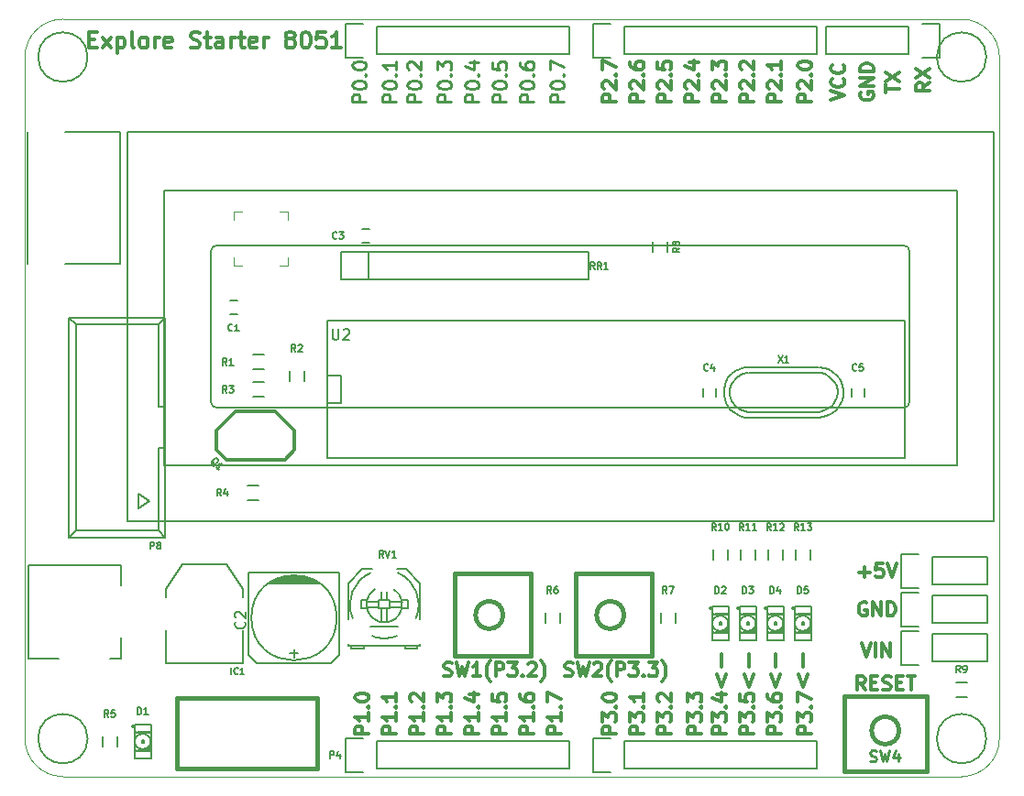
<source format=gbr>
G04 #@! TF.FileFunction,Legend,Top*
%FSLAX46Y46*%
G04 Gerber Fmt 4.6, Leading zero omitted, Abs format (unit mm)*
G04 Created by KiCad (PCBNEW (2015-01-16 BZR 5376)-product) date 20-Jun-16 7:20:01 PM*
%MOMM*%
G01*
G04 APERTURE LIST*
%ADD10C,0.100000*%
%ADD11C,0.300000*%
%ADD12C,0.254000*%
%ADD13C,0.150000*%
%ADD14C,0.304800*%
%ADD15C,0.381000*%
%ADD16C,0.050800*%
%ADD17C,0.158750*%
%ADD18C,0.127000*%
G04 APERTURE END LIST*
D10*
X34903500Y-35419000D02*
X34903500Y-98419000D01*
X39403500Y-31919000D02*
X38403500Y-31919000D01*
X121403500Y-31919000D02*
X39403500Y-31919000D01*
X124903500Y-98419000D02*
X124903500Y-35419000D01*
X38403500Y-101919000D02*
X121403500Y-101919000D01*
X34903500Y-98419000D02*
G75*
G03X38403500Y-101919000I3500000J0D01*
G01*
X121403500Y-101919000D02*
G75*
G03X124903500Y-98419000I0J3500000D01*
G01*
X124903500Y-35419000D02*
G75*
G03X121403500Y-31919000I-3500000J0D01*
G01*
X38403500Y-31919000D02*
G75*
G03X34903500Y-35419000I0J-3500000D01*
G01*
D11*
X106796357Y-90619000D02*
X106796357Y-91761857D01*
X107224929Y-92476143D02*
X106796357Y-93619000D01*
X106367786Y-92476143D01*
X104196357Y-90619000D02*
X104196357Y-91761857D01*
X104624929Y-92476143D02*
X104196357Y-93619000D01*
X103767786Y-92476143D01*
X101796357Y-90619000D02*
X101796357Y-91761857D01*
X102224929Y-92476143D02*
X101796357Y-93619000D01*
X101367786Y-92476143D01*
X99196357Y-90619000D02*
X99196357Y-91761857D01*
X99624929Y-92476143D02*
X99196357Y-93619000D01*
X98767786Y-92476143D01*
X118494024Y-37803667D02*
X117889262Y-38227000D01*
X118494024Y-38529381D02*
X117224024Y-38529381D01*
X117224024Y-38045572D01*
X117284500Y-37924619D01*
X117344976Y-37864143D01*
X117465929Y-37803667D01*
X117647357Y-37803667D01*
X117768310Y-37864143D01*
X117828786Y-37924619D01*
X117889262Y-38045572D01*
X117889262Y-38529381D01*
X117224024Y-37380333D02*
X118494024Y-36533667D01*
X117224024Y-36533667D02*
X118494024Y-37380333D01*
X112210548Y-89601524D02*
X112633882Y-90871524D01*
X113057215Y-89601524D01*
X113480548Y-90871524D02*
X113480548Y-89601524D01*
X114085310Y-90871524D02*
X114085310Y-89601524D01*
X114811024Y-90871524D01*
X114811024Y-89601524D01*
X112633881Y-85852000D02*
X112512929Y-85791524D01*
X112331500Y-85791524D01*
X112150072Y-85852000D01*
X112029119Y-85972952D01*
X111968643Y-86093905D01*
X111908167Y-86335810D01*
X111908167Y-86517238D01*
X111968643Y-86759143D01*
X112029119Y-86880095D01*
X112150072Y-87001048D01*
X112331500Y-87061524D01*
X112452452Y-87061524D01*
X112633881Y-87001048D01*
X112694357Y-86940571D01*
X112694357Y-86517238D01*
X112452452Y-86517238D01*
X113238643Y-87061524D02*
X113238643Y-85791524D01*
X113964357Y-87061524D01*
X113964357Y-85791524D01*
X114569119Y-87061524D02*
X114569119Y-85791524D01*
X114871500Y-85791524D01*
X115052928Y-85852000D01*
X115173881Y-85972952D01*
X115234357Y-86093905D01*
X115294833Y-86335810D01*
X115294833Y-86517238D01*
X115234357Y-86759143D01*
X115173881Y-86880095D01*
X115052928Y-87001048D01*
X114871500Y-87061524D01*
X114569119Y-87061524D01*
X111968643Y-83021714D02*
X112936262Y-83021714D01*
X112452452Y-83505524D02*
X112452452Y-82537905D01*
X114145786Y-82235524D02*
X113541024Y-82235524D01*
X113480548Y-82840286D01*
X113541024Y-82779810D01*
X113661976Y-82719333D01*
X113964357Y-82719333D01*
X114085310Y-82779810D01*
X114145786Y-82840286D01*
X114206262Y-82961238D01*
X114206262Y-83263619D01*
X114145786Y-83384571D01*
X114085310Y-83445048D01*
X113964357Y-83505524D01*
X113661976Y-83505524D01*
X113541024Y-83445048D01*
X113480548Y-83384571D01*
X114569119Y-82235524D02*
X114992453Y-83505524D01*
X115415786Y-82235524D01*
X84784595Y-92589048D02*
X84966023Y-92649524D01*
X85268404Y-92649524D01*
X85389357Y-92589048D01*
X85449833Y-92528571D01*
X85510309Y-92407619D01*
X85510309Y-92286667D01*
X85449833Y-92165714D01*
X85389357Y-92105238D01*
X85268404Y-92044762D01*
X85026500Y-91984286D01*
X84905547Y-91923810D01*
X84845071Y-91863333D01*
X84784595Y-91742381D01*
X84784595Y-91621429D01*
X84845071Y-91500476D01*
X84905547Y-91440000D01*
X85026500Y-91379524D01*
X85328880Y-91379524D01*
X85510309Y-91440000D01*
X85933643Y-91379524D02*
X86236024Y-92649524D01*
X86477928Y-91742381D01*
X86719833Y-92649524D01*
X87022214Y-91379524D01*
X87445548Y-91500476D02*
X87506024Y-91440000D01*
X87626976Y-91379524D01*
X87929357Y-91379524D01*
X88050310Y-91440000D01*
X88110786Y-91500476D01*
X88171262Y-91621429D01*
X88171262Y-91742381D01*
X88110786Y-91923810D01*
X87385072Y-92649524D01*
X88171262Y-92649524D01*
X89078405Y-93133333D02*
X89017929Y-93072857D01*
X88896977Y-92891429D01*
X88836500Y-92770476D01*
X88776024Y-92589048D01*
X88715548Y-92286667D01*
X88715548Y-92044762D01*
X88776024Y-91742381D01*
X88836500Y-91560952D01*
X88896977Y-91440000D01*
X89017929Y-91258571D01*
X89078405Y-91198095D01*
X89562215Y-92649524D02*
X89562215Y-91379524D01*
X90046024Y-91379524D01*
X90166977Y-91440000D01*
X90227453Y-91500476D01*
X90287929Y-91621429D01*
X90287929Y-91802857D01*
X90227453Y-91923810D01*
X90166977Y-91984286D01*
X90046024Y-92044762D01*
X89562215Y-92044762D01*
X90711263Y-91379524D02*
X91497453Y-91379524D01*
X91074120Y-91863333D01*
X91255548Y-91863333D01*
X91376501Y-91923810D01*
X91436977Y-91984286D01*
X91497453Y-92105238D01*
X91497453Y-92407619D01*
X91436977Y-92528571D01*
X91376501Y-92589048D01*
X91255548Y-92649524D01*
X90892691Y-92649524D01*
X90771739Y-92589048D01*
X90711263Y-92528571D01*
X92041739Y-92528571D02*
X92102215Y-92589048D01*
X92041739Y-92649524D01*
X91981263Y-92589048D01*
X92041739Y-92528571D01*
X92041739Y-92649524D01*
X92525549Y-91379524D02*
X93311739Y-91379524D01*
X92888406Y-91863333D01*
X93069834Y-91863333D01*
X93190787Y-91923810D01*
X93251263Y-91984286D01*
X93311739Y-92105238D01*
X93311739Y-92407619D01*
X93251263Y-92528571D01*
X93190787Y-92589048D01*
X93069834Y-92649524D01*
X92706977Y-92649524D01*
X92586025Y-92589048D01*
X92525549Y-92528571D01*
X93735073Y-93133333D02*
X93795549Y-93072857D01*
X93916501Y-92891429D01*
X93976977Y-92770476D01*
X94037454Y-92589048D01*
X94097930Y-92286667D01*
X94097930Y-92044762D01*
X94037454Y-91742381D01*
X93976977Y-91560952D01*
X93916501Y-91440000D01*
X93795549Y-91258571D01*
X93735073Y-91198095D01*
X73608595Y-92589048D02*
X73790023Y-92649524D01*
X74092404Y-92649524D01*
X74213357Y-92589048D01*
X74273833Y-92528571D01*
X74334309Y-92407619D01*
X74334309Y-92286667D01*
X74273833Y-92165714D01*
X74213357Y-92105238D01*
X74092404Y-92044762D01*
X73850500Y-91984286D01*
X73729547Y-91923810D01*
X73669071Y-91863333D01*
X73608595Y-91742381D01*
X73608595Y-91621429D01*
X73669071Y-91500476D01*
X73729547Y-91440000D01*
X73850500Y-91379524D01*
X74152880Y-91379524D01*
X74334309Y-91440000D01*
X74757643Y-91379524D02*
X75060024Y-92649524D01*
X75301928Y-91742381D01*
X75543833Y-92649524D01*
X75846214Y-91379524D01*
X76995262Y-92649524D02*
X76269548Y-92649524D01*
X76632405Y-92649524D02*
X76632405Y-91379524D01*
X76511453Y-91560952D01*
X76390500Y-91681905D01*
X76269548Y-91742381D01*
X77902405Y-93133333D02*
X77841929Y-93072857D01*
X77720977Y-92891429D01*
X77660500Y-92770476D01*
X77600024Y-92589048D01*
X77539548Y-92286667D01*
X77539548Y-92044762D01*
X77600024Y-91742381D01*
X77660500Y-91560952D01*
X77720977Y-91440000D01*
X77841929Y-91258571D01*
X77902405Y-91198095D01*
X78386215Y-92649524D02*
X78386215Y-91379524D01*
X78870024Y-91379524D01*
X78990977Y-91440000D01*
X79051453Y-91500476D01*
X79111929Y-91621429D01*
X79111929Y-91802857D01*
X79051453Y-91923810D01*
X78990977Y-91984286D01*
X78870024Y-92044762D01*
X78386215Y-92044762D01*
X79535263Y-91379524D02*
X80321453Y-91379524D01*
X79898120Y-91863333D01*
X80079548Y-91863333D01*
X80200501Y-91923810D01*
X80260977Y-91984286D01*
X80321453Y-92105238D01*
X80321453Y-92407619D01*
X80260977Y-92528571D01*
X80200501Y-92589048D01*
X80079548Y-92649524D01*
X79716691Y-92649524D01*
X79595739Y-92589048D01*
X79535263Y-92528571D01*
X80865739Y-92528571D02*
X80926215Y-92589048D01*
X80865739Y-92649524D01*
X80805263Y-92589048D01*
X80865739Y-92528571D01*
X80865739Y-92649524D01*
X81410025Y-91500476D02*
X81470501Y-91440000D01*
X81591453Y-91379524D01*
X81893834Y-91379524D01*
X82014787Y-91440000D01*
X82075263Y-91500476D01*
X82135739Y-91621429D01*
X82135739Y-91742381D01*
X82075263Y-91923810D01*
X81349549Y-92649524D01*
X82135739Y-92649524D01*
X82559073Y-93133333D02*
X82619549Y-93072857D01*
X82740501Y-92891429D01*
X82800977Y-92770476D01*
X82861454Y-92589048D01*
X82921930Y-92286667D01*
X82921930Y-92044762D01*
X82861454Y-91742381D01*
X82800977Y-91560952D01*
X82740501Y-91440000D01*
X82619549Y-91258571D01*
X82559073Y-91198095D01*
X112518976Y-93919524D02*
X112095643Y-93314762D01*
X111793262Y-93919524D02*
X111793262Y-92649524D01*
X112277071Y-92649524D01*
X112398024Y-92710000D01*
X112458500Y-92770476D01*
X112518976Y-92891429D01*
X112518976Y-93072857D01*
X112458500Y-93193810D01*
X112398024Y-93254286D01*
X112277071Y-93314762D01*
X111793262Y-93314762D01*
X113063262Y-93254286D02*
X113486595Y-93254286D01*
X113668024Y-93919524D02*
X113063262Y-93919524D01*
X113063262Y-92649524D01*
X113668024Y-92649524D01*
X114151834Y-93859048D02*
X114333262Y-93919524D01*
X114635643Y-93919524D01*
X114756596Y-93859048D01*
X114817072Y-93798571D01*
X114877548Y-93677619D01*
X114877548Y-93556667D01*
X114817072Y-93435714D01*
X114756596Y-93375238D01*
X114635643Y-93314762D01*
X114393739Y-93254286D01*
X114272786Y-93193810D01*
X114212310Y-93133333D01*
X114151834Y-93012381D01*
X114151834Y-92891429D01*
X114212310Y-92770476D01*
X114272786Y-92710000D01*
X114393739Y-92649524D01*
X114696119Y-92649524D01*
X114877548Y-92710000D01*
X115421834Y-93254286D02*
X115845167Y-93254286D01*
X116026596Y-93919524D02*
X115421834Y-93919524D01*
X115421834Y-92649524D01*
X116026596Y-92649524D01*
X116389453Y-92649524D02*
X117115168Y-92649524D01*
X116752311Y-93919524D02*
X116752311Y-92649524D01*
X114430024Y-38686619D02*
X114430024Y-37960904D01*
X115700024Y-38323761D02*
X114430024Y-38323761D01*
X114430024Y-37658523D02*
X115700024Y-36811857D01*
X114430024Y-36811857D02*
X115700024Y-37658523D01*
X112077500Y-38686619D02*
X112017024Y-38807571D01*
X112017024Y-38989000D01*
X112077500Y-39170428D01*
X112198452Y-39291381D01*
X112319405Y-39351857D01*
X112561310Y-39412333D01*
X112742738Y-39412333D01*
X112984643Y-39351857D01*
X113105595Y-39291381D01*
X113226548Y-39170428D01*
X113287024Y-38989000D01*
X113287024Y-38868048D01*
X113226548Y-38686619D01*
X113166071Y-38626143D01*
X112742738Y-38626143D01*
X112742738Y-38868048D01*
X113287024Y-38081857D02*
X112017024Y-38081857D01*
X113287024Y-37356143D01*
X112017024Y-37356143D01*
X113287024Y-36751381D02*
X112017024Y-36751381D01*
X112017024Y-36449000D01*
X112077500Y-36267572D01*
X112198452Y-36146619D01*
X112319405Y-36086143D01*
X112561310Y-36025667D01*
X112742738Y-36025667D01*
X112984643Y-36086143D01*
X113105595Y-36146619D01*
X113226548Y-36267572D01*
X113287024Y-36449000D01*
X113287024Y-36751381D01*
X109350024Y-39412333D02*
X110620024Y-38988999D01*
X109350024Y-38565666D01*
X110499071Y-37416619D02*
X110559548Y-37477095D01*
X110620024Y-37658524D01*
X110620024Y-37779476D01*
X110559548Y-37960904D01*
X110438595Y-38081857D01*
X110317643Y-38142333D01*
X110075738Y-38202809D01*
X109894310Y-38202809D01*
X109652405Y-38142333D01*
X109531452Y-38081857D01*
X109410500Y-37960904D01*
X109350024Y-37779476D01*
X109350024Y-37658524D01*
X109410500Y-37477095D01*
X109470976Y-37416619D01*
X110499071Y-36146619D02*
X110559548Y-36207095D01*
X110620024Y-36388524D01*
X110620024Y-36509476D01*
X110559548Y-36690904D01*
X110438595Y-36811857D01*
X110317643Y-36872333D01*
X110075738Y-36932809D01*
X109894310Y-36932809D01*
X109652405Y-36872333D01*
X109531452Y-36811857D01*
X109410500Y-36690904D01*
X109350024Y-36509476D01*
X109350024Y-36388524D01*
X109410500Y-36207095D01*
X109470976Y-36146619D01*
X102238024Y-97983524D02*
X100968024Y-97983524D01*
X100968024Y-97499715D01*
X101028500Y-97378762D01*
X101088976Y-97318286D01*
X101209929Y-97257810D01*
X101391357Y-97257810D01*
X101512310Y-97318286D01*
X101572786Y-97378762D01*
X101633262Y-97499715D01*
X101633262Y-97983524D01*
X100968024Y-96834476D02*
X100968024Y-96048286D01*
X101451833Y-96471619D01*
X101451833Y-96290191D01*
X101512310Y-96169238D01*
X101572786Y-96108762D01*
X101693738Y-96048286D01*
X101996119Y-96048286D01*
X102117071Y-96108762D01*
X102177548Y-96169238D01*
X102238024Y-96290191D01*
X102238024Y-96653048D01*
X102177548Y-96774000D01*
X102117071Y-96834476D01*
X102117071Y-95504000D02*
X102177548Y-95443524D01*
X102238024Y-95504000D01*
X102177548Y-95564476D01*
X102117071Y-95504000D01*
X102238024Y-95504000D01*
X100968024Y-94294476D02*
X100968024Y-94899238D01*
X101572786Y-94959714D01*
X101512310Y-94899238D01*
X101451833Y-94778286D01*
X101451833Y-94475905D01*
X101512310Y-94354952D01*
X101572786Y-94294476D01*
X101693738Y-94234000D01*
X101996119Y-94234000D01*
X102117071Y-94294476D01*
X102177548Y-94354952D01*
X102238024Y-94475905D01*
X102238024Y-94778286D01*
X102177548Y-94899238D01*
X102117071Y-94959714D01*
X107572024Y-97983524D02*
X106302024Y-97983524D01*
X106302024Y-97499715D01*
X106362500Y-97378762D01*
X106422976Y-97318286D01*
X106543929Y-97257810D01*
X106725357Y-97257810D01*
X106846310Y-97318286D01*
X106906786Y-97378762D01*
X106967262Y-97499715D01*
X106967262Y-97983524D01*
X106302024Y-96834476D02*
X106302024Y-96048286D01*
X106785833Y-96471619D01*
X106785833Y-96290191D01*
X106846310Y-96169238D01*
X106906786Y-96108762D01*
X107027738Y-96048286D01*
X107330119Y-96048286D01*
X107451071Y-96108762D01*
X107511548Y-96169238D01*
X107572024Y-96290191D01*
X107572024Y-96653048D01*
X107511548Y-96774000D01*
X107451071Y-96834476D01*
X107451071Y-95504000D02*
X107511548Y-95443524D01*
X107572024Y-95504000D01*
X107511548Y-95564476D01*
X107451071Y-95504000D01*
X107572024Y-95504000D01*
X106302024Y-95020190D02*
X106302024Y-94173524D01*
X107572024Y-94717809D01*
X104778024Y-97983524D02*
X103508024Y-97983524D01*
X103508024Y-97499715D01*
X103568500Y-97378762D01*
X103628976Y-97318286D01*
X103749929Y-97257810D01*
X103931357Y-97257810D01*
X104052310Y-97318286D01*
X104112786Y-97378762D01*
X104173262Y-97499715D01*
X104173262Y-97983524D01*
X103508024Y-96834476D02*
X103508024Y-96048286D01*
X103991833Y-96471619D01*
X103991833Y-96290191D01*
X104052310Y-96169238D01*
X104112786Y-96108762D01*
X104233738Y-96048286D01*
X104536119Y-96048286D01*
X104657071Y-96108762D01*
X104717548Y-96169238D01*
X104778024Y-96290191D01*
X104778024Y-96653048D01*
X104717548Y-96774000D01*
X104657071Y-96834476D01*
X104657071Y-95504000D02*
X104717548Y-95443524D01*
X104778024Y-95504000D01*
X104717548Y-95564476D01*
X104657071Y-95504000D01*
X104778024Y-95504000D01*
X103508024Y-94354952D02*
X103508024Y-94596857D01*
X103568500Y-94717809D01*
X103628976Y-94778286D01*
X103810405Y-94899238D01*
X104052310Y-94959714D01*
X104536119Y-94959714D01*
X104657071Y-94899238D01*
X104717548Y-94838762D01*
X104778024Y-94717809D01*
X104778024Y-94475905D01*
X104717548Y-94354952D01*
X104657071Y-94294476D01*
X104536119Y-94234000D01*
X104233738Y-94234000D01*
X104112786Y-94294476D01*
X104052310Y-94354952D01*
X103991833Y-94475905D01*
X103991833Y-94717809D01*
X104052310Y-94838762D01*
X104112786Y-94899238D01*
X104233738Y-94959714D01*
X99698024Y-97983524D02*
X98428024Y-97983524D01*
X98428024Y-97499715D01*
X98488500Y-97378762D01*
X98548976Y-97318286D01*
X98669929Y-97257810D01*
X98851357Y-97257810D01*
X98972310Y-97318286D01*
X99032786Y-97378762D01*
X99093262Y-97499715D01*
X99093262Y-97983524D01*
X98428024Y-96834476D02*
X98428024Y-96048286D01*
X98911833Y-96471619D01*
X98911833Y-96290191D01*
X98972310Y-96169238D01*
X99032786Y-96108762D01*
X99153738Y-96048286D01*
X99456119Y-96048286D01*
X99577071Y-96108762D01*
X99637548Y-96169238D01*
X99698024Y-96290191D01*
X99698024Y-96653048D01*
X99637548Y-96774000D01*
X99577071Y-96834476D01*
X99577071Y-95504000D02*
X99637548Y-95443524D01*
X99698024Y-95504000D01*
X99637548Y-95564476D01*
X99577071Y-95504000D01*
X99698024Y-95504000D01*
X98851357Y-94354952D02*
X99698024Y-94354952D01*
X98367548Y-94657333D02*
X99274690Y-94959714D01*
X99274690Y-94173524D01*
X97412024Y-97983524D02*
X96142024Y-97983524D01*
X96142024Y-97499715D01*
X96202500Y-97378762D01*
X96262976Y-97318286D01*
X96383929Y-97257810D01*
X96565357Y-97257810D01*
X96686310Y-97318286D01*
X96746786Y-97378762D01*
X96807262Y-97499715D01*
X96807262Y-97983524D01*
X96142024Y-96834476D02*
X96142024Y-96048286D01*
X96625833Y-96471619D01*
X96625833Y-96290191D01*
X96686310Y-96169238D01*
X96746786Y-96108762D01*
X96867738Y-96048286D01*
X97170119Y-96048286D01*
X97291071Y-96108762D01*
X97351548Y-96169238D01*
X97412024Y-96290191D01*
X97412024Y-96653048D01*
X97351548Y-96774000D01*
X97291071Y-96834476D01*
X97291071Y-95504000D02*
X97351548Y-95443524D01*
X97412024Y-95504000D01*
X97351548Y-95564476D01*
X97291071Y-95504000D01*
X97412024Y-95504000D01*
X96142024Y-95020190D02*
X96142024Y-94234000D01*
X96625833Y-94657333D01*
X96625833Y-94475905D01*
X96686310Y-94354952D01*
X96746786Y-94294476D01*
X96867738Y-94234000D01*
X97170119Y-94234000D01*
X97291071Y-94294476D01*
X97351548Y-94354952D01*
X97412024Y-94475905D01*
X97412024Y-94838762D01*
X97351548Y-94959714D01*
X97291071Y-95020190D01*
X94618024Y-97983524D02*
X93348024Y-97983524D01*
X93348024Y-97499715D01*
X93408500Y-97378762D01*
X93468976Y-97318286D01*
X93589929Y-97257810D01*
X93771357Y-97257810D01*
X93892310Y-97318286D01*
X93952786Y-97378762D01*
X94013262Y-97499715D01*
X94013262Y-97983524D01*
X93348024Y-96834476D02*
X93348024Y-96048286D01*
X93831833Y-96471619D01*
X93831833Y-96290191D01*
X93892310Y-96169238D01*
X93952786Y-96108762D01*
X94073738Y-96048286D01*
X94376119Y-96048286D01*
X94497071Y-96108762D01*
X94557548Y-96169238D01*
X94618024Y-96290191D01*
X94618024Y-96653048D01*
X94557548Y-96774000D01*
X94497071Y-96834476D01*
X94497071Y-95504000D02*
X94557548Y-95443524D01*
X94618024Y-95504000D01*
X94557548Y-95564476D01*
X94497071Y-95504000D01*
X94618024Y-95504000D01*
X93468976Y-94959714D02*
X93408500Y-94899238D01*
X93348024Y-94778286D01*
X93348024Y-94475905D01*
X93408500Y-94354952D01*
X93468976Y-94294476D01*
X93589929Y-94234000D01*
X93710881Y-94234000D01*
X93892310Y-94294476D01*
X94618024Y-95020190D01*
X94618024Y-94234000D01*
X92078024Y-97983524D02*
X90808024Y-97983524D01*
X90808024Y-97499715D01*
X90868500Y-97378762D01*
X90928976Y-97318286D01*
X91049929Y-97257810D01*
X91231357Y-97257810D01*
X91352310Y-97318286D01*
X91412786Y-97378762D01*
X91473262Y-97499715D01*
X91473262Y-97983524D01*
X90808024Y-96834476D02*
X90808024Y-96048286D01*
X91291833Y-96471619D01*
X91291833Y-96290191D01*
X91352310Y-96169238D01*
X91412786Y-96108762D01*
X91533738Y-96048286D01*
X91836119Y-96048286D01*
X91957071Y-96108762D01*
X92017548Y-96169238D01*
X92078024Y-96290191D01*
X92078024Y-96653048D01*
X92017548Y-96774000D01*
X91957071Y-96834476D01*
X91957071Y-95504000D02*
X92017548Y-95443524D01*
X92078024Y-95504000D01*
X92017548Y-95564476D01*
X91957071Y-95504000D01*
X92078024Y-95504000D01*
X92078024Y-94234000D02*
X92078024Y-94959714D01*
X92078024Y-94596857D02*
X90808024Y-94596857D01*
X90989452Y-94717809D01*
X91110405Y-94838762D01*
X91170881Y-94959714D01*
X89538024Y-97983524D02*
X88268024Y-97983524D01*
X88268024Y-97499715D01*
X88328500Y-97378762D01*
X88388976Y-97318286D01*
X88509929Y-97257810D01*
X88691357Y-97257810D01*
X88812310Y-97318286D01*
X88872786Y-97378762D01*
X88933262Y-97499715D01*
X88933262Y-97983524D01*
X88268024Y-96834476D02*
X88268024Y-96048286D01*
X88751833Y-96471619D01*
X88751833Y-96290191D01*
X88812310Y-96169238D01*
X88872786Y-96108762D01*
X88993738Y-96048286D01*
X89296119Y-96048286D01*
X89417071Y-96108762D01*
X89477548Y-96169238D01*
X89538024Y-96290191D01*
X89538024Y-96653048D01*
X89477548Y-96774000D01*
X89417071Y-96834476D01*
X89417071Y-95504000D02*
X89477548Y-95443524D01*
X89538024Y-95504000D01*
X89477548Y-95564476D01*
X89417071Y-95504000D01*
X89538024Y-95504000D01*
X88268024Y-94657333D02*
X88268024Y-94536381D01*
X88328500Y-94415429D01*
X88388976Y-94354952D01*
X88509929Y-94294476D01*
X88751833Y-94234000D01*
X89054214Y-94234000D01*
X89296119Y-94294476D01*
X89417071Y-94354952D01*
X89477548Y-94415429D01*
X89538024Y-94536381D01*
X89538024Y-94657333D01*
X89477548Y-94778286D01*
X89417071Y-94838762D01*
X89296119Y-94899238D01*
X89054214Y-94959714D01*
X88751833Y-94959714D01*
X88509929Y-94899238D01*
X88388976Y-94838762D01*
X88328500Y-94778286D01*
X88268024Y-94657333D01*
X84458024Y-97983524D02*
X83188024Y-97983524D01*
X83188024Y-97499715D01*
X83248500Y-97378762D01*
X83308976Y-97318286D01*
X83429929Y-97257810D01*
X83611357Y-97257810D01*
X83732310Y-97318286D01*
X83792786Y-97378762D01*
X83853262Y-97499715D01*
X83853262Y-97983524D01*
X84458024Y-96048286D02*
X84458024Y-96774000D01*
X84458024Y-96411143D02*
X83188024Y-96411143D01*
X83369452Y-96532095D01*
X83490405Y-96653048D01*
X83550881Y-96774000D01*
X84337071Y-95504000D02*
X84397548Y-95443524D01*
X84458024Y-95504000D01*
X84397548Y-95564476D01*
X84337071Y-95504000D01*
X84458024Y-95504000D01*
X83188024Y-95020190D02*
X83188024Y-94173524D01*
X84458024Y-94717809D01*
X81918024Y-97983524D02*
X80648024Y-97983524D01*
X80648024Y-97499715D01*
X80708500Y-97378762D01*
X80768976Y-97318286D01*
X80889929Y-97257810D01*
X81071357Y-97257810D01*
X81192310Y-97318286D01*
X81252786Y-97378762D01*
X81313262Y-97499715D01*
X81313262Y-97983524D01*
X81918024Y-96048286D02*
X81918024Y-96774000D01*
X81918024Y-96411143D02*
X80648024Y-96411143D01*
X80829452Y-96532095D01*
X80950405Y-96653048D01*
X81010881Y-96774000D01*
X81797071Y-95504000D02*
X81857548Y-95443524D01*
X81918024Y-95504000D01*
X81857548Y-95564476D01*
X81797071Y-95504000D01*
X81918024Y-95504000D01*
X80648024Y-94354952D02*
X80648024Y-94596857D01*
X80708500Y-94717809D01*
X80768976Y-94778286D01*
X80950405Y-94899238D01*
X81192310Y-94959714D01*
X81676119Y-94959714D01*
X81797071Y-94899238D01*
X81857548Y-94838762D01*
X81918024Y-94717809D01*
X81918024Y-94475905D01*
X81857548Y-94354952D01*
X81797071Y-94294476D01*
X81676119Y-94234000D01*
X81373738Y-94234000D01*
X81252786Y-94294476D01*
X81192310Y-94354952D01*
X81131833Y-94475905D01*
X81131833Y-94717809D01*
X81192310Y-94838762D01*
X81252786Y-94899238D01*
X81373738Y-94959714D01*
X79378024Y-97983524D02*
X78108024Y-97983524D01*
X78108024Y-97499715D01*
X78168500Y-97378762D01*
X78228976Y-97318286D01*
X78349929Y-97257810D01*
X78531357Y-97257810D01*
X78652310Y-97318286D01*
X78712786Y-97378762D01*
X78773262Y-97499715D01*
X78773262Y-97983524D01*
X79378024Y-96048286D02*
X79378024Y-96774000D01*
X79378024Y-96411143D02*
X78108024Y-96411143D01*
X78289452Y-96532095D01*
X78410405Y-96653048D01*
X78470881Y-96774000D01*
X79257071Y-95504000D02*
X79317548Y-95443524D01*
X79378024Y-95504000D01*
X79317548Y-95564476D01*
X79257071Y-95504000D01*
X79378024Y-95504000D01*
X78108024Y-94294476D02*
X78108024Y-94899238D01*
X78712786Y-94959714D01*
X78652310Y-94899238D01*
X78591833Y-94778286D01*
X78591833Y-94475905D01*
X78652310Y-94354952D01*
X78712786Y-94294476D01*
X78833738Y-94234000D01*
X79136119Y-94234000D01*
X79257071Y-94294476D01*
X79317548Y-94354952D01*
X79378024Y-94475905D01*
X79378024Y-94778286D01*
X79317548Y-94899238D01*
X79257071Y-94959714D01*
X76838024Y-97983524D02*
X75568024Y-97983524D01*
X75568024Y-97499715D01*
X75628500Y-97378762D01*
X75688976Y-97318286D01*
X75809929Y-97257810D01*
X75991357Y-97257810D01*
X76112310Y-97318286D01*
X76172786Y-97378762D01*
X76233262Y-97499715D01*
X76233262Y-97983524D01*
X76838024Y-96048286D02*
X76838024Y-96774000D01*
X76838024Y-96411143D02*
X75568024Y-96411143D01*
X75749452Y-96532095D01*
X75870405Y-96653048D01*
X75930881Y-96774000D01*
X76717071Y-95504000D02*
X76777548Y-95443524D01*
X76838024Y-95504000D01*
X76777548Y-95564476D01*
X76717071Y-95504000D01*
X76838024Y-95504000D01*
X75991357Y-94354952D02*
X76838024Y-94354952D01*
X75507548Y-94657333D02*
X76414690Y-94959714D01*
X76414690Y-94173524D01*
X74298024Y-97983524D02*
X73028024Y-97983524D01*
X73028024Y-97499715D01*
X73088500Y-97378762D01*
X73148976Y-97318286D01*
X73269929Y-97257810D01*
X73451357Y-97257810D01*
X73572310Y-97318286D01*
X73632786Y-97378762D01*
X73693262Y-97499715D01*
X73693262Y-97983524D01*
X74298024Y-96048286D02*
X74298024Y-96774000D01*
X74298024Y-96411143D02*
X73028024Y-96411143D01*
X73209452Y-96532095D01*
X73330405Y-96653048D01*
X73390881Y-96774000D01*
X74177071Y-95504000D02*
X74237548Y-95443524D01*
X74298024Y-95504000D01*
X74237548Y-95564476D01*
X74177071Y-95504000D01*
X74298024Y-95504000D01*
X73028024Y-95020190D02*
X73028024Y-94234000D01*
X73511833Y-94657333D01*
X73511833Y-94475905D01*
X73572310Y-94354952D01*
X73632786Y-94294476D01*
X73753738Y-94234000D01*
X74056119Y-94234000D01*
X74177071Y-94294476D01*
X74237548Y-94354952D01*
X74298024Y-94475905D01*
X74298024Y-94838762D01*
X74237548Y-94959714D01*
X74177071Y-95020190D01*
X71758024Y-97983524D02*
X70488024Y-97983524D01*
X70488024Y-97499715D01*
X70548500Y-97378762D01*
X70608976Y-97318286D01*
X70729929Y-97257810D01*
X70911357Y-97257810D01*
X71032310Y-97318286D01*
X71092786Y-97378762D01*
X71153262Y-97499715D01*
X71153262Y-97983524D01*
X71758024Y-96048286D02*
X71758024Y-96774000D01*
X71758024Y-96411143D02*
X70488024Y-96411143D01*
X70669452Y-96532095D01*
X70790405Y-96653048D01*
X70850881Y-96774000D01*
X71637071Y-95504000D02*
X71697548Y-95443524D01*
X71758024Y-95504000D01*
X71697548Y-95564476D01*
X71637071Y-95504000D01*
X71758024Y-95504000D01*
X70608976Y-94959714D02*
X70548500Y-94899238D01*
X70488024Y-94778286D01*
X70488024Y-94475905D01*
X70548500Y-94354952D01*
X70608976Y-94294476D01*
X70729929Y-94234000D01*
X70850881Y-94234000D01*
X71032310Y-94294476D01*
X71758024Y-95020190D01*
X71758024Y-94234000D01*
X69218024Y-97983524D02*
X67948024Y-97983524D01*
X67948024Y-97499715D01*
X68008500Y-97378762D01*
X68068976Y-97318286D01*
X68189929Y-97257810D01*
X68371357Y-97257810D01*
X68492310Y-97318286D01*
X68552786Y-97378762D01*
X68613262Y-97499715D01*
X68613262Y-97983524D01*
X69218024Y-96048286D02*
X69218024Y-96774000D01*
X69218024Y-96411143D02*
X67948024Y-96411143D01*
X68129452Y-96532095D01*
X68250405Y-96653048D01*
X68310881Y-96774000D01*
X69097071Y-95504000D02*
X69157548Y-95443524D01*
X69218024Y-95504000D01*
X69157548Y-95564476D01*
X69097071Y-95504000D01*
X69218024Y-95504000D01*
X69218024Y-94234000D02*
X69218024Y-94959714D01*
X69218024Y-94596857D02*
X67948024Y-94596857D01*
X68129452Y-94717809D01*
X68250405Y-94838762D01*
X68310881Y-94959714D01*
X66678024Y-97983524D02*
X65408024Y-97983524D01*
X65408024Y-97499715D01*
X65468500Y-97378762D01*
X65528976Y-97318286D01*
X65649929Y-97257810D01*
X65831357Y-97257810D01*
X65952310Y-97318286D01*
X66012786Y-97378762D01*
X66073262Y-97499715D01*
X66073262Y-97983524D01*
X66678024Y-96048286D02*
X66678024Y-96774000D01*
X66678024Y-96411143D02*
X65408024Y-96411143D01*
X65589452Y-96532095D01*
X65710405Y-96653048D01*
X65770881Y-96774000D01*
X66557071Y-95504000D02*
X66617548Y-95443524D01*
X66678024Y-95504000D01*
X66617548Y-95564476D01*
X66557071Y-95504000D01*
X66678024Y-95504000D01*
X65408024Y-94657333D02*
X65408024Y-94536381D01*
X65468500Y-94415429D01*
X65528976Y-94354952D01*
X65649929Y-94294476D01*
X65891833Y-94234000D01*
X66194214Y-94234000D01*
X66436119Y-94294476D01*
X66557071Y-94354952D01*
X66617548Y-94415429D01*
X66678024Y-94536381D01*
X66678024Y-94657333D01*
X66617548Y-94778286D01*
X66557071Y-94838762D01*
X66436119Y-94899238D01*
X66194214Y-94959714D01*
X65891833Y-94959714D01*
X65649929Y-94899238D01*
X65528976Y-94838762D01*
X65468500Y-94778286D01*
X65408024Y-94657333D01*
X107572024Y-39563524D02*
X106302024Y-39563524D01*
X106302024Y-39079715D01*
X106362500Y-38958762D01*
X106422976Y-38898286D01*
X106543929Y-38837810D01*
X106725357Y-38837810D01*
X106846310Y-38898286D01*
X106906786Y-38958762D01*
X106967262Y-39079715D01*
X106967262Y-39563524D01*
X106422976Y-38354000D02*
X106362500Y-38293524D01*
X106302024Y-38172572D01*
X106302024Y-37870191D01*
X106362500Y-37749238D01*
X106422976Y-37688762D01*
X106543929Y-37628286D01*
X106664881Y-37628286D01*
X106846310Y-37688762D01*
X107572024Y-38414476D01*
X107572024Y-37628286D01*
X107451071Y-37084000D02*
X107511548Y-37023524D01*
X107572024Y-37084000D01*
X107511548Y-37144476D01*
X107451071Y-37084000D01*
X107572024Y-37084000D01*
X106302024Y-36237333D02*
X106302024Y-36116381D01*
X106362500Y-35995429D01*
X106422976Y-35934952D01*
X106543929Y-35874476D01*
X106785833Y-35814000D01*
X107088214Y-35814000D01*
X107330119Y-35874476D01*
X107451071Y-35934952D01*
X107511548Y-35995429D01*
X107572024Y-36116381D01*
X107572024Y-36237333D01*
X107511548Y-36358286D01*
X107451071Y-36418762D01*
X107330119Y-36479238D01*
X107088214Y-36539714D01*
X106785833Y-36539714D01*
X106543929Y-36479238D01*
X106422976Y-36418762D01*
X106362500Y-36358286D01*
X106302024Y-36237333D01*
X104778024Y-39563524D02*
X103508024Y-39563524D01*
X103508024Y-39079715D01*
X103568500Y-38958762D01*
X103628976Y-38898286D01*
X103749929Y-38837810D01*
X103931357Y-38837810D01*
X104052310Y-38898286D01*
X104112786Y-38958762D01*
X104173262Y-39079715D01*
X104173262Y-39563524D01*
X103628976Y-38354000D02*
X103568500Y-38293524D01*
X103508024Y-38172572D01*
X103508024Y-37870191D01*
X103568500Y-37749238D01*
X103628976Y-37688762D01*
X103749929Y-37628286D01*
X103870881Y-37628286D01*
X104052310Y-37688762D01*
X104778024Y-38414476D01*
X104778024Y-37628286D01*
X104657071Y-37084000D02*
X104717548Y-37023524D01*
X104778024Y-37084000D01*
X104717548Y-37144476D01*
X104657071Y-37084000D01*
X104778024Y-37084000D01*
X104778024Y-35814000D02*
X104778024Y-36539714D01*
X104778024Y-36176857D02*
X103508024Y-36176857D01*
X103689452Y-36297809D01*
X103810405Y-36418762D01*
X103870881Y-36539714D01*
X102238024Y-39563524D02*
X100968024Y-39563524D01*
X100968024Y-39079715D01*
X101028500Y-38958762D01*
X101088976Y-38898286D01*
X101209929Y-38837810D01*
X101391357Y-38837810D01*
X101512310Y-38898286D01*
X101572786Y-38958762D01*
X101633262Y-39079715D01*
X101633262Y-39563524D01*
X101088976Y-38354000D02*
X101028500Y-38293524D01*
X100968024Y-38172572D01*
X100968024Y-37870191D01*
X101028500Y-37749238D01*
X101088976Y-37688762D01*
X101209929Y-37628286D01*
X101330881Y-37628286D01*
X101512310Y-37688762D01*
X102238024Y-38414476D01*
X102238024Y-37628286D01*
X102117071Y-37084000D02*
X102177548Y-37023524D01*
X102238024Y-37084000D01*
X102177548Y-37144476D01*
X102117071Y-37084000D01*
X102238024Y-37084000D01*
X101088976Y-36539714D02*
X101028500Y-36479238D01*
X100968024Y-36358286D01*
X100968024Y-36055905D01*
X101028500Y-35934952D01*
X101088976Y-35874476D01*
X101209929Y-35814000D01*
X101330881Y-35814000D01*
X101512310Y-35874476D01*
X102238024Y-36600190D01*
X102238024Y-35814000D01*
X99698024Y-39563524D02*
X98428024Y-39563524D01*
X98428024Y-39079715D01*
X98488500Y-38958762D01*
X98548976Y-38898286D01*
X98669929Y-38837810D01*
X98851357Y-38837810D01*
X98972310Y-38898286D01*
X99032786Y-38958762D01*
X99093262Y-39079715D01*
X99093262Y-39563524D01*
X98548976Y-38354000D02*
X98488500Y-38293524D01*
X98428024Y-38172572D01*
X98428024Y-37870191D01*
X98488500Y-37749238D01*
X98548976Y-37688762D01*
X98669929Y-37628286D01*
X98790881Y-37628286D01*
X98972310Y-37688762D01*
X99698024Y-38414476D01*
X99698024Y-37628286D01*
X99577071Y-37084000D02*
X99637548Y-37023524D01*
X99698024Y-37084000D01*
X99637548Y-37144476D01*
X99577071Y-37084000D01*
X99698024Y-37084000D01*
X98428024Y-36600190D02*
X98428024Y-35814000D01*
X98911833Y-36237333D01*
X98911833Y-36055905D01*
X98972310Y-35934952D01*
X99032786Y-35874476D01*
X99153738Y-35814000D01*
X99456119Y-35814000D01*
X99577071Y-35874476D01*
X99637548Y-35934952D01*
X99698024Y-36055905D01*
X99698024Y-36418762D01*
X99637548Y-36539714D01*
X99577071Y-36600190D01*
X97158024Y-39563524D02*
X95888024Y-39563524D01*
X95888024Y-39079715D01*
X95948500Y-38958762D01*
X96008976Y-38898286D01*
X96129929Y-38837810D01*
X96311357Y-38837810D01*
X96432310Y-38898286D01*
X96492786Y-38958762D01*
X96553262Y-39079715D01*
X96553262Y-39563524D01*
X96008976Y-38354000D02*
X95948500Y-38293524D01*
X95888024Y-38172572D01*
X95888024Y-37870191D01*
X95948500Y-37749238D01*
X96008976Y-37688762D01*
X96129929Y-37628286D01*
X96250881Y-37628286D01*
X96432310Y-37688762D01*
X97158024Y-38414476D01*
X97158024Y-37628286D01*
X97037071Y-37084000D02*
X97097548Y-37023524D01*
X97158024Y-37084000D01*
X97097548Y-37144476D01*
X97037071Y-37084000D01*
X97158024Y-37084000D01*
X96311357Y-35934952D02*
X97158024Y-35934952D01*
X95827548Y-36237333D02*
X96734690Y-36539714D01*
X96734690Y-35753524D01*
X94618024Y-39563524D02*
X93348024Y-39563524D01*
X93348024Y-39079715D01*
X93408500Y-38958762D01*
X93468976Y-38898286D01*
X93589929Y-38837810D01*
X93771357Y-38837810D01*
X93892310Y-38898286D01*
X93952786Y-38958762D01*
X94013262Y-39079715D01*
X94013262Y-39563524D01*
X93468976Y-38354000D02*
X93408500Y-38293524D01*
X93348024Y-38172572D01*
X93348024Y-37870191D01*
X93408500Y-37749238D01*
X93468976Y-37688762D01*
X93589929Y-37628286D01*
X93710881Y-37628286D01*
X93892310Y-37688762D01*
X94618024Y-38414476D01*
X94618024Y-37628286D01*
X94497071Y-37084000D02*
X94557548Y-37023524D01*
X94618024Y-37084000D01*
X94557548Y-37144476D01*
X94497071Y-37084000D01*
X94618024Y-37084000D01*
X93348024Y-35874476D02*
X93348024Y-36479238D01*
X93952786Y-36539714D01*
X93892310Y-36479238D01*
X93831833Y-36358286D01*
X93831833Y-36055905D01*
X93892310Y-35934952D01*
X93952786Y-35874476D01*
X94073738Y-35814000D01*
X94376119Y-35814000D01*
X94497071Y-35874476D01*
X94557548Y-35934952D01*
X94618024Y-36055905D01*
X94618024Y-36358286D01*
X94557548Y-36479238D01*
X94497071Y-36539714D01*
X89538024Y-39563524D02*
X88268024Y-39563524D01*
X88268024Y-39079715D01*
X88328500Y-38958762D01*
X88388976Y-38898286D01*
X88509929Y-38837810D01*
X88691357Y-38837810D01*
X88812310Y-38898286D01*
X88872786Y-38958762D01*
X88933262Y-39079715D01*
X88933262Y-39563524D01*
X88388976Y-38354000D02*
X88328500Y-38293524D01*
X88268024Y-38172572D01*
X88268024Y-37870191D01*
X88328500Y-37749238D01*
X88388976Y-37688762D01*
X88509929Y-37628286D01*
X88630881Y-37628286D01*
X88812310Y-37688762D01*
X89538024Y-38414476D01*
X89538024Y-37628286D01*
X89417071Y-37084000D02*
X89477548Y-37023524D01*
X89538024Y-37084000D01*
X89477548Y-37144476D01*
X89417071Y-37084000D01*
X89538024Y-37084000D01*
X88268024Y-36600190D02*
X88268024Y-35753524D01*
X89538024Y-36297809D01*
X92078024Y-39563524D02*
X90808024Y-39563524D01*
X90808024Y-39079715D01*
X90868500Y-38958762D01*
X90928976Y-38898286D01*
X91049929Y-38837810D01*
X91231357Y-38837810D01*
X91352310Y-38898286D01*
X91412786Y-38958762D01*
X91473262Y-39079715D01*
X91473262Y-39563524D01*
X90928976Y-38354000D02*
X90868500Y-38293524D01*
X90808024Y-38172572D01*
X90808024Y-37870191D01*
X90868500Y-37749238D01*
X90928976Y-37688762D01*
X91049929Y-37628286D01*
X91170881Y-37628286D01*
X91352310Y-37688762D01*
X92078024Y-38414476D01*
X92078024Y-37628286D01*
X91957071Y-37084000D02*
X92017548Y-37023524D01*
X92078024Y-37084000D01*
X92017548Y-37144476D01*
X91957071Y-37084000D01*
X92078024Y-37084000D01*
X90808024Y-35934952D02*
X90808024Y-36176857D01*
X90868500Y-36297809D01*
X90928976Y-36358286D01*
X91110405Y-36479238D01*
X91352310Y-36539714D01*
X91836119Y-36539714D01*
X91957071Y-36479238D01*
X92017548Y-36418762D01*
X92078024Y-36297809D01*
X92078024Y-36055905D01*
X92017548Y-35934952D01*
X91957071Y-35874476D01*
X91836119Y-35814000D01*
X91533738Y-35814000D01*
X91412786Y-35874476D01*
X91352310Y-35934952D01*
X91291833Y-36055905D01*
X91291833Y-36297809D01*
X91352310Y-36418762D01*
X91412786Y-36479238D01*
X91533738Y-36539714D01*
D12*
X84712024Y-39563524D02*
X83442024Y-39563524D01*
X83442024Y-39079715D01*
X83502500Y-38958762D01*
X83562976Y-38898286D01*
X83683929Y-38837810D01*
X83865357Y-38837810D01*
X83986310Y-38898286D01*
X84046786Y-38958762D01*
X84107262Y-39079715D01*
X84107262Y-39563524D01*
X83442024Y-38051619D02*
X83442024Y-37930667D01*
X83502500Y-37809715D01*
X83562976Y-37749238D01*
X83683929Y-37688762D01*
X83925833Y-37628286D01*
X84228214Y-37628286D01*
X84470119Y-37688762D01*
X84591071Y-37749238D01*
X84651548Y-37809715D01*
X84712024Y-37930667D01*
X84712024Y-38051619D01*
X84651548Y-38172572D01*
X84591071Y-38233048D01*
X84470119Y-38293524D01*
X84228214Y-38354000D01*
X83925833Y-38354000D01*
X83683929Y-38293524D01*
X83562976Y-38233048D01*
X83502500Y-38172572D01*
X83442024Y-38051619D01*
X84591071Y-37084000D02*
X84651548Y-37023524D01*
X84712024Y-37084000D01*
X84651548Y-37144476D01*
X84591071Y-37084000D01*
X84712024Y-37084000D01*
X83442024Y-36600190D02*
X83442024Y-35753524D01*
X84712024Y-36297809D01*
X81918024Y-39563524D02*
X80648024Y-39563524D01*
X80648024Y-39079715D01*
X80708500Y-38958762D01*
X80768976Y-38898286D01*
X80889929Y-38837810D01*
X81071357Y-38837810D01*
X81192310Y-38898286D01*
X81252786Y-38958762D01*
X81313262Y-39079715D01*
X81313262Y-39563524D01*
X80648024Y-38051619D02*
X80648024Y-37930667D01*
X80708500Y-37809715D01*
X80768976Y-37749238D01*
X80889929Y-37688762D01*
X81131833Y-37628286D01*
X81434214Y-37628286D01*
X81676119Y-37688762D01*
X81797071Y-37749238D01*
X81857548Y-37809715D01*
X81918024Y-37930667D01*
X81918024Y-38051619D01*
X81857548Y-38172572D01*
X81797071Y-38233048D01*
X81676119Y-38293524D01*
X81434214Y-38354000D01*
X81131833Y-38354000D01*
X80889929Y-38293524D01*
X80768976Y-38233048D01*
X80708500Y-38172572D01*
X80648024Y-38051619D01*
X81797071Y-37084000D02*
X81857548Y-37023524D01*
X81918024Y-37084000D01*
X81857548Y-37144476D01*
X81797071Y-37084000D01*
X81918024Y-37084000D01*
X80648024Y-35934952D02*
X80648024Y-36176857D01*
X80708500Y-36297809D01*
X80768976Y-36358286D01*
X80950405Y-36479238D01*
X81192310Y-36539714D01*
X81676119Y-36539714D01*
X81797071Y-36479238D01*
X81857548Y-36418762D01*
X81918024Y-36297809D01*
X81918024Y-36055905D01*
X81857548Y-35934952D01*
X81797071Y-35874476D01*
X81676119Y-35814000D01*
X81373738Y-35814000D01*
X81252786Y-35874476D01*
X81192310Y-35934952D01*
X81131833Y-36055905D01*
X81131833Y-36297809D01*
X81192310Y-36418762D01*
X81252786Y-36479238D01*
X81373738Y-36539714D01*
X79378024Y-39563524D02*
X78108024Y-39563524D01*
X78108024Y-39079715D01*
X78168500Y-38958762D01*
X78228976Y-38898286D01*
X78349929Y-38837810D01*
X78531357Y-38837810D01*
X78652310Y-38898286D01*
X78712786Y-38958762D01*
X78773262Y-39079715D01*
X78773262Y-39563524D01*
X78108024Y-38051619D02*
X78108024Y-37930667D01*
X78168500Y-37809715D01*
X78228976Y-37749238D01*
X78349929Y-37688762D01*
X78591833Y-37628286D01*
X78894214Y-37628286D01*
X79136119Y-37688762D01*
X79257071Y-37749238D01*
X79317548Y-37809715D01*
X79378024Y-37930667D01*
X79378024Y-38051619D01*
X79317548Y-38172572D01*
X79257071Y-38233048D01*
X79136119Y-38293524D01*
X78894214Y-38354000D01*
X78591833Y-38354000D01*
X78349929Y-38293524D01*
X78228976Y-38233048D01*
X78168500Y-38172572D01*
X78108024Y-38051619D01*
X79257071Y-37084000D02*
X79317548Y-37023524D01*
X79378024Y-37084000D01*
X79317548Y-37144476D01*
X79257071Y-37084000D01*
X79378024Y-37084000D01*
X78108024Y-35874476D02*
X78108024Y-36479238D01*
X78712786Y-36539714D01*
X78652310Y-36479238D01*
X78591833Y-36358286D01*
X78591833Y-36055905D01*
X78652310Y-35934952D01*
X78712786Y-35874476D01*
X78833738Y-35814000D01*
X79136119Y-35814000D01*
X79257071Y-35874476D01*
X79317548Y-35934952D01*
X79378024Y-36055905D01*
X79378024Y-36358286D01*
X79317548Y-36479238D01*
X79257071Y-36539714D01*
X76838024Y-39563524D02*
X75568024Y-39563524D01*
X75568024Y-39079715D01*
X75628500Y-38958762D01*
X75688976Y-38898286D01*
X75809929Y-38837810D01*
X75991357Y-38837810D01*
X76112310Y-38898286D01*
X76172786Y-38958762D01*
X76233262Y-39079715D01*
X76233262Y-39563524D01*
X75568024Y-38051619D02*
X75568024Y-37930667D01*
X75628500Y-37809715D01*
X75688976Y-37749238D01*
X75809929Y-37688762D01*
X76051833Y-37628286D01*
X76354214Y-37628286D01*
X76596119Y-37688762D01*
X76717071Y-37749238D01*
X76777548Y-37809715D01*
X76838024Y-37930667D01*
X76838024Y-38051619D01*
X76777548Y-38172572D01*
X76717071Y-38233048D01*
X76596119Y-38293524D01*
X76354214Y-38354000D01*
X76051833Y-38354000D01*
X75809929Y-38293524D01*
X75688976Y-38233048D01*
X75628500Y-38172572D01*
X75568024Y-38051619D01*
X76717071Y-37084000D02*
X76777548Y-37023524D01*
X76838024Y-37084000D01*
X76777548Y-37144476D01*
X76717071Y-37084000D01*
X76838024Y-37084000D01*
X75991357Y-35934952D02*
X76838024Y-35934952D01*
X75507548Y-36237333D02*
X76414690Y-36539714D01*
X76414690Y-35753524D01*
X74298024Y-39563524D02*
X73028024Y-39563524D01*
X73028024Y-39079715D01*
X73088500Y-38958762D01*
X73148976Y-38898286D01*
X73269929Y-38837810D01*
X73451357Y-38837810D01*
X73572310Y-38898286D01*
X73632786Y-38958762D01*
X73693262Y-39079715D01*
X73693262Y-39563524D01*
X73028024Y-38051619D02*
X73028024Y-37930667D01*
X73088500Y-37809715D01*
X73148976Y-37749238D01*
X73269929Y-37688762D01*
X73511833Y-37628286D01*
X73814214Y-37628286D01*
X74056119Y-37688762D01*
X74177071Y-37749238D01*
X74237548Y-37809715D01*
X74298024Y-37930667D01*
X74298024Y-38051619D01*
X74237548Y-38172572D01*
X74177071Y-38233048D01*
X74056119Y-38293524D01*
X73814214Y-38354000D01*
X73511833Y-38354000D01*
X73269929Y-38293524D01*
X73148976Y-38233048D01*
X73088500Y-38172572D01*
X73028024Y-38051619D01*
X74177071Y-37084000D02*
X74237548Y-37023524D01*
X74298024Y-37084000D01*
X74237548Y-37144476D01*
X74177071Y-37084000D01*
X74298024Y-37084000D01*
X73028024Y-36600190D02*
X73028024Y-35814000D01*
X73511833Y-36237333D01*
X73511833Y-36055905D01*
X73572310Y-35934952D01*
X73632786Y-35874476D01*
X73753738Y-35814000D01*
X74056119Y-35814000D01*
X74177071Y-35874476D01*
X74237548Y-35934952D01*
X74298024Y-36055905D01*
X74298024Y-36418762D01*
X74237548Y-36539714D01*
X74177071Y-36600190D01*
X71504024Y-39563524D02*
X70234024Y-39563524D01*
X70234024Y-39079715D01*
X70294500Y-38958762D01*
X70354976Y-38898286D01*
X70475929Y-38837810D01*
X70657357Y-38837810D01*
X70778310Y-38898286D01*
X70838786Y-38958762D01*
X70899262Y-39079715D01*
X70899262Y-39563524D01*
X70234024Y-38051619D02*
X70234024Y-37930667D01*
X70294500Y-37809715D01*
X70354976Y-37749238D01*
X70475929Y-37688762D01*
X70717833Y-37628286D01*
X71020214Y-37628286D01*
X71262119Y-37688762D01*
X71383071Y-37749238D01*
X71443548Y-37809715D01*
X71504024Y-37930667D01*
X71504024Y-38051619D01*
X71443548Y-38172572D01*
X71383071Y-38233048D01*
X71262119Y-38293524D01*
X71020214Y-38354000D01*
X70717833Y-38354000D01*
X70475929Y-38293524D01*
X70354976Y-38233048D01*
X70294500Y-38172572D01*
X70234024Y-38051619D01*
X71383071Y-37084000D02*
X71443548Y-37023524D01*
X71504024Y-37084000D01*
X71443548Y-37144476D01*
X71383071Y-37084000D01*
X71504024Y-37084000D01*
X70354976Y-36539714D02*
X70294500Y-36479238D01*
X70234024Y-36358286D01*
X70234024Y-36055905D01*
X70294500Y-35934952D01*
X70354976Y-35874476D01*
X70475929Y-35814000D01*
X70596881Y-35814000D01*
X70778310Y-35874476D01*
X71504024Y-36600190D01*
X71504024Y-35814000D01*
X69218024Y-39563524D02*
X67948024Y-39563524D01*
X67948024Y-39079715D01*
X68008500Y-38958762D01*
X68068976Y-38898286D01*
X68189929Y-38837810D01*
X68371357Y-38837810D01*
X68492310Y-38898286D01*
X68552786Y-38958762D01*
X68613262Y-39079715D01*
X68613262Y-39563524D01*
X67948024Y-38051619D02*
X67948024Y-37930667D01*
X68008500Y-37809715D01*
X68068976Y-37749238D01*
X68189929Y-37688762D01*
X68431833Y-37628286D01*
X68734214Y-37628286D01*
X68976119Y-37688762D01*
X69097071Y-37749238D01*
X69157548Y-37809715D01*
X69218024Y-37930667D01*
X69218024Y-38051619D01*
X69157548Y-38172572D01*
X69097071Y-38233048D01*
X68976119Y-38293524D01*
X68734214Y-38354000D01*
X68431833Y-38354000D01*
X68189929Y-38293524D01*
X68068976Y-38233048D01*
X68008500Y-38172572D01*
X67948024Y-38051619D01*
X69097071Y-37084000D02*
X69157548Y-37023524D01*
X69218024Y-37084000D01*
X69157548Y-37144476D01*
X69097071Y-37084000D01*
X69218024Y-37084000D01*
X69218024Y-35814000D02*
X69218024Y-36539714D01*
X69218024Y-36176857D02*
X67948024Y-36176857D01*
X68129452Y-36297809D01*
X68250405Y-36418762D01*
X68310881Y-36539714D01*
X66424024Y-39563524D02*
X65154024Y-39563524D01*
X65154024Y-39079715D01*
X65214500Y-38958762D01*
X65274976Y-38898286D01*
X65395929Y-38837810D01*
X65577357Y-38837810D01*
X65698310Y-38898286D01*
X65758786Y-38958762D01*
X65819262Y-39079715D01*
X65819262Y-39563524D01*
X65154024Y-38051619D02*
X65154024Y-37930667D01*
X65214500Y-37809715D01*
X65274976Y-37749238D01*
X65395929Y-37688762D01*
X65637833Y-37628286D01*
X65940214Y-37628286D01*
X66182119Y-37688762D01*
X66303071Y-37749238D01*
X66363548Y-37809715D01*
X66424024Y-37930667D01*
X66424024Y-38051619D01*
X66363548Y-38172572D01*
X66303071Y-38233048D01*
X66182119Y-38293524D01*
X65940214Y-38354000D01*
X65637833Y-38354000D01*
X65395929Y-38293524D01*
X65274976Y-38233048D01*
X65214500Y-38172572D01*
X65154024Y-38051619D01*
X66303071Y-37084000D02*
X66363548Y-37023524D01*
X66424024Y-37084000D01*
X66363548Y-37144476D01*
X66303071Y-37084000D01*
X66424024Y-37084000D01*
X65154024Y-36237333D02*
X65154024Y-36116381D01*
X65214500Y-35995429D01*
X65274976Y-35934952D01*
X65395929Y-35874476D01*
X65637833Y-35814000D01*
X65940214Y-35814000D01*
X66182119Y-35874476D01*
X66303071Y-35934952D01*
X66363548Y-35995429D01*
X66424024Y-36116381D01*
X66424024Y-36237333D01*
X66363548Y-36358286D01*
X66303071Y-36418762D01*
X66182119Y-36479238D01*
X65940214Y-36539714D01*
X65637833Y-36539714D01*
X65395929Y-36479238D01*
X65274976Y-36418762D01*
X65214500Y-36358286D01*
X65154024Y-36237333D01*
D11*
X40843859Y-33801857D02*
X41343859Y-33801857D01*
X41558145Y-34587571D02*
X40843859Y-34587571D01*
X40843859Y-33087571D01*
X41558145Y-33087571D01*
X42058145Y-34587571D02*
X42843859Y-33587571D01*
X42058145Y-33587571D02*
X42843859Y-34587571D01*
X43415288Y-33587571D02*
X43415288Y-35087571D01*
X43415288Y-33659000D02*
X43558145Y-33587571D01*
X43843859Y-33587571D01*
X43986716Y-33659000D01*
X44058145Y-33730429D01*
X44129574Y-33873286D01*
X44129574Y-34301857D01*
X44058145Y-34444714D01*
X43986716Y-34516143D01*
X43843859Y-34587571D01*
X43558145Y-34587571D01*
X43415288Y-34516143D01*
X44986717Y-34587571D02*
X44843859Y-34516143D01*
X44772431Y-34373286D01*
X44772431Y-33087571D01*
X45772431Y-34587571D02*
X45629573Y-34516143D01*
X45558145Y-34444714D01*
X45486716Y-34301857D01*
X45486716Y-33873286D01*
X45558145Y-33730429D01*
X45629573Y-33659000D01*
X45772431Y-33587571D01*
X45986716Y-33587571D01*
X46129573Y-33659000D01*
X46201002Y-33730429D01*
X46272431Y-33873286D01*
X46272431Y-34301857D01*
X46201002Y-34444714D01*
X46129573Y-34516143D01*
X45986716Y-34587571D01*
X45772431Y-34587571D01*
X46915288Y-34587571D02*
X46915288Y-33587571D01*
X46915288Y-33873286D02*
X46986716Y-33730429D01*
X47058145Y-33659000D01*
X47201002Y-33587571D01*
X47343859Y-33587571D01*
X48415287Y-34516143D02*
X48272430Y-34587571D01*
X47986716Y-34587571D01*
X47843859Y-34516143D01*
X47772430Y-34373286D01*
X47772430Y-33801857D01*
X47843859Y-33659000D01*
X47986716Y-33587571D01*
X48272430Y-33587571D01*
X48415287Y-33659000D01*
X48486716Y-33801857D01*
X48486716Y-33944714D01*
X47772430Y-34087571D01*
X50201001Y-34516143D02*
X50415287Y-34587571D01*
X50772430Y-34587571D01*
X50915287Y-34516143D01*
X50986716Y-34444714D01*
X51058144Y-34301857D01*
X51058144Y-34159000D01*
X50986716Y-34016143D01*
X50915287Y-33944714D01*
X50772430Y-33873286D01*
X50486716Y-33801857D01*
X50343858Y-33730429D01*
X50272430Y-33659000D01*
X50201001Y-33516143D01*
X50201001Y-33373286D01*
X50272430Y-33230429D01*
X50343858Y-33159000D01*
X50486716Y-33087571D01*
X50843858Y-33087571D01*
X51058144Y-33159000D01*
X51486715Y-33587571D02*
X52058144Y-33587571D01*
X51701001Y-33087571D02*
X51701001Y-34373286D01*
X51772429Y-34516143D01*
X51915287Y-34587571D01*
X52058144Y-34587571D01*
X53201001Y-34587571D02*
X53201001Y-33801857D01*
X53129572Y-33659000D01*
X52986715Y-33587571D01*
X52701001Y-33587571D01*
X52558144Y-33659000D01*
X53201001Y-34516143D02*
X53058144Y-34587571D01*
X52701001Y-34587571D01*
X52558144Y-34516143D01*
X52486715Y-34373286D01*
X52486715Y-34230429D01*
X52558144Y-34087571D01*
X52701001Y-34016143D01*
X53058144Y-34016143D01*
X53201001Y-33944714D01*
X53915287Y-34587571D02*
X53915287Y-33587571D01*
X53915287Y-33873286D02*
X53986715Y-33730429D01*
X54058144Y-33659000D01*
X54201001Y-33587571D01*
X54343858Y-33587571D01*
X54629572Y-33587571D02*
X55201001Y-33587571D01*
X54843858Y-33087571D02*
X54843858Y-34373286D01*
X54915286Y-34516143D01*
X55058144Y-34587571D01*
X55201001Y-34587571D01*
X56272429Y-34516143D02*
X56129572Y-34587571D01*
X55843858Y-34587571D01*
X55701001Y-34516143D01*
X55629572Y-34373286D01*
X55629572Y-33801857D01*
X55701001Y-33659000D01*
X55843858Y-33587571D01*
X56129572Y-33587571D01*
X56272429Y-33659000D01*
X56343858Y-33801857D01*
X56343858Y-33944714D01*
X55629572Y-34087571D01*
X56986715Y-34587571D02*
X56986715Y-33587571D01*
X56986715Y-33873286D02*
X57058143Y-33730429D01*
X57129572Y-33659000D01*
X57272429Y-33587571D01*
X57415286Y-33587571D01*
X59272429Y-33730429D02*
X59129571Y-33659000D01*
X59058143Y-33587571D01*
X58986714Y-33444714D01*
X58986714Y-33373286D01*
X59058143Y-33230429D01*
X59129571Y-33159000D01*
X59272429Y-33087571D01*
X59558143Y-33087571D01*
X59701000Y-33159000D01*
X59772429Y-33230429D01*
X59843857Y-33373286D01*
X59843857Y-33444714D01*
X59772429Y-33587571D01*
X59701000Y-33659000D01*
X59558143Y-33730429D01*
X59272429Y-33730429D01*
X59129571Y-33801857D01*
X59058143Y-33873286D01*
X58986714Y-34016143D01*
X58986714Y-34301857D01*
X59058143Y-34444714D01*
X59129571Y-34516143D01*
X59272429Y-34587571D01*
X59558143Y-34587571D01*
X59701000Y-34516143D01*
X59772429Y-34444714D01*
X59843857Y-34301857D01*
X59843857Y-34016143D01*
X59772429Y-33873286D01*
X59701000Y-33801857D01*
X59558143Y-33730429D01*
X60772428Y-33087571D02*
X60915285Y-33087571D01*
X61058142Y-33159000D01*
X61129571Y-33230429D01*
X61201000Y-33373286D01*
X61272428Y-33659000D01*
X61272428Y-34016143D01*
X61201000Y-34301857D01*
X61129571Y-34444714D01*
X61058142Y-34516143D01*
X60915285Y-34587571D01*
X60772428Y-34587571D01*
X60629571Y-34516143D01*
X60558142Y-34444714D01*
X60486714Y-34301857D01*
X60415285Y-34016143D01*
X60415285Y-33659000D01*
X60486714Y-33373286D01*
X60558142Y-33230429D01*
X60629571Y-33159000D01*
X60772428Y-33087571D01*
X62629571Y-33087571D02*
X61915285Y-33087571D01*
X61843856Y-33801857D01*
X61915285Y-33730429D01*
X62058142Y-33659000D01*
X62415285Y-33659000D01*
X62558142Y-33730429D01*
X62629571Y-33801857D01*
X62700999Y-33944714D01*
X62700999Y-34301857D01*
X62629571Y-34444714D01*
X62558142Y-34516143D01*
X62415285Y-34587571D01*
X62058142Y-34587571D01*
X61915285Y-34516143D01*
X61843856Y-34444714D01*
X64129570Y-34587571D02*
X63272427Y-34587571D01*
X63700999Y-34587571D02*
X63700999Y-33087571D01*
X63558142Y-33301857D01*
X63415284Y-33444714D01*
X63272427Y-33516143D01*
D13*
X39593500Y-79194000D02*
X38958500Y-79829000D01*
X47213500Y-79194000D02*
X47848500Y-79829000D01*
X47213500Y-60144000D02*
X47848500Y-59509000D01*
X39593500Y-60144000D02*
X38958500Y-59509000D01*
X47848500Y-67764000D02*
X47213500Y-67764000D01*
X47213500Y-67764000D02*
X47213500Y-60144000D01*
X47213500Y-60144000D02*
X39593500Y-60144000D01*
X39593500Y-60144000D02*
X39593500Y-79194000D01*
X39593500Y-79194000D02*
X47213500Y-79194000D01*
X47213500Y-79194000D02*
X47213500Y-71574000D01*
X47213500Y-71574000D02*
X47848500Y-71574000D01*
X47848500Y-79829000D02*
X47848500Y-59509000D01*
X38958500Y-59509000D02*
X38958500Y-79829000D01*
X38958500Y-79829000D02*
X47848500Y-79829000D01*
X38958500Y-59509000D02*
X47848500Y-59509000D01*
X45372000Y-77167080D02*
X46441340Y-76468580D01*
X46441340Y-76468580D02*
X45372000Y-75767540D01*
X45372000Y-75767540D02*
X45372000Y-77167080D01*
X35176500Y-54495000D02*
X35176500Y-42303000D01*
X43685500Y-42303000D02*
X38605500Y-42303000D01*
X43685500Y-54495000D02*
X38605500Y-54495000D01*
X43685500Y-42303000D02*
X43685500Y-54495000D01*
X43741500Y-82351000D02*
X43741500Y-84256000D01*
X43741500Y-90987000D02*
X43741500Y-89082000D01*
X43741500Y-90987000D02*
X42725500Y-90987000D01*
X35232500Y-90987000D02*
X38026500Y-90987000D01*
X43741500Y-82351000D02*
X35232500Y-82351000D01*
X35232500Y-82351000D02*
X35232500Y-90987000D01*
X52588160Y-52832000D02*
X116088160Y-52832000D01*
X52087780Y-67330320D02*
X52087780Y-53329840D01*
X116088160Y-67830700D02*
X52588160Y-67830700D01*
X116588540Y-53329840D02*
X116588540Y-67330320D01*
X116586000Y-53329840D02*
G75*
G03X116088160Y-52832000I-497840J0D01*
G01*
X116088160Y-67830700D02*
G75*
G03X116588540Y-67330320I0J500380D01*
G01*
X52087780Y-67330320D02*
G75*
G03X52588160Y-67830700I500380J0D01*
G01*
X52588160Y-52829460D02*
G75*
G03X52087780Y-53329840I0J-500380D01*
G01*
X47787560Y-47731680D02*
X120987820Y-47731680D01*
X120987820Y-47731680D02*
X120987820Y-73131680D01*
X120987820Y-73131680D02*
X47787560Y-73131680D01*
X47787560Y-73131680D02*
X47787560Y-47731680D01*
X44386500Y-42331640D02*
X124386340Y-42331640D01*
X124386340Y-42331640D02*
X124386340Y-78331060D01*
X124386340Y-78331060D02*
X44386500Y-78331060D01*
X44386500Y-78331060D02*
X44386500Y-42331640D01*
X60769500Y-83439000D02*
X58737500Y-83439000D01*
X58356500Y-83566000D02*
X61150500Y-83566000D01*
X61404500Y-83693000D02*
X58102500Y-83693000D01*
X57848500Y-83820000D02*
X61658500Y-83820000D01*
X57721500Y-83947000D02*
X61785500Y-83947000D01*
X62039500Y-84074000D02*
X57467500Y-84074000D01*
X63944500Y-83058000D02*
X55562500Y-83058000D01*
X55562500Y-83058000D02*
X55562500Y-90678000D01*
X55562500Y-90678000D02*
X56324500Y-91440000D01*
X56324500Y-91440000D02*
X63182500Y-91440000D01*
X63182500Y-91440000D02*
X63944500Y-90678000D01*
X63944500Y-90678000D02*
X63944500Y-83058000D01*
X59753500Y-90932000D02*
X59753500Y-90170000D01*
X60134500Y-90551000D02*
X59372500Y-90551000D01*
X63690500Y-87249000D02*
G75*
G03X63690500Y-87249000I-3937000J0D01*
G01*
X44983500Y-97279000D02*
G75*
G03X44983500Y-97279000I-100000J0D01*
G01*
X45882560Y-98579940D02*
X45882560Y-98778060D01*
X45882560Y-98778060D02*
X45684440Y-98778060D01*
X45684440Y-98579940D02*
X45684440Y-98778060D01*
X45882560Y-98579940D02*
X45684440Y-98579940D01*
X46482000Y-99128580D02*
X46482000Y-99476560D01*
X46482000Y-99476560D02*
X46233080Y-99476560D01*
X46233080Y-99128580D02*
X46233080Y-99476560D01*
X46482000Y-99128580D02*
X46233080Y-99128580D01*
X46482000Y-99476560D02*
X46482000Y-99578160D01*
X46482000Y-99578160D02*
X45285660Y-99578160D01*
X45285660Y-99476560D02*
X45285660Y-99578160D01*
X46482000Y-99476560D02*
X45285660Y-99476560D01*
X45234860Y-99476560D02*
X45234860Y-99578160D01*
X45234860Y-99578160D02*
X45085000Y-99578160D01*
X45085000Y-99476560D02*
X45085000Y-99578160D01*
X45234860Y-99476560D02*
X45085000Y-99476560D01*
X46482000Y-97779840D02*
X46482000Y-97881440D01*
X46482000Y-97881440D02*
X45285660Y-97881440D01*
X45285660Y-97779840D02*
X45285660Y-97881440D01*
X46482000Y-97779840D02*
X45285660Y-97779840D01*
X45234860Y-97779840D02*
X45234860Y-97881440D01*
X45234860Y-97881440D02*
X45085000Y-97881440D01*
X45085000Y-97779840D02*
X45085000Y-97881440D01*
X45234860Y-97779840D02*
X45085000Y-97779840D01*
X46482000Y-99128580D02*
X46482000Y-99278440D01*
X46482000Y-99278440D02*
X46233080Y-99278440D01*
X46233080Y-99128580D02*
X46233080Y-99278440D01*
X46482000Y-99128580D02*
X46233080Y-99128580D01*
X46532800Y-100228400D02*
X46532800Y-97129600D01*
X46532800Y-97129600D02*
X45034200Y-97129600D01*
X45034200Y-97129600D02*
X45034200Y-100228400D01*
X45034200Y-100228400D02*
X46532800Y-100228400D01*
X46282854Y-98131738D02*
G75*
G02X46281340Y-99227640I-499354J-547262D01*
G01*
X45285102Y-98130867D02*
G75*
G02X46281340Y-98130360I498398J-548133D01*
G01*
X45284146Y-99226262D02*
G75*
G02X45285660Y-98130360I499354J547262D01*
G01*
X46281898Y-99227133D02*
G75*
G02X45285660Y-99227640I-498398J548133D01*
G01*
X98323500Y-86357000D02*
G75*
G03X98323500Y-86357000I-100000J0D01*
G01*
X99222560Y-87657940D02*
X99222560Y-87856060D01*
X99222560Y-87856060D02*
X99024440Y-87856060D01*
X99024440Y-87657940D02*
X99024440Y-87856060D01*
X99222560Y-87657940D02*
X99024440Y-87657940D01*
X99822000Y-88206580D02*
X99822000Y-88554560D01*
X99822000Y-88554560D02*
X99573080Y-88554560D01*
X99573080Y-88206580D02*
X99573080Y-88554560D01*
X99822000Y-88206580D02*
X99573080Y-88206580D01*
X99822000Y-88554560D02*
X99822000Y-88656160D01*
X99822000Y-88656160D02*
X98625660Y-88656160D01*
X98625660Y-88554560D02*
X98625660Y-88656160D01*
X99822000Y-88554560D02*
X98625660Y-88554560D01*
X98574860Y-88554560D02*
X98574860Y-88656160D01*
X98574860Y-88656160D02*
X98425000Y-88656160D01*
X98425000Y-88554560D02*
X98425000Y-88656160D01*
X98574860Y-88554560D02*
X98425000Y-88554560D01*
X99822000Y-86857840D02*
X99822000Y-86959440D01*
X99822000Y-86959440D02*
X98625660Y-86959440D01*
X98625660Y-86857840D02*
X98625660Y-86959440D01*
X99822000Y-86857840D02*
X98625660Y-86857840D01*
X98574860Y-86857840D02*
X98574860Y-86959440D01*
X98574860Y-86959440D02*
X98425000Y-86959440D01*
X98425000Y-86857840D02*
X98425000Y-86959440D01*
X98574860Y-86857840D02*
X98425000Y-86857840D01*
X99822000Y-88206580D02*
X99822000Y-88356440D01*
X99822000Y-88356440D02*
X99573080Y-88356440D01*
X99573080Y-88206580D02*
X99573080Y-88356440D01*
X99822000Y-88206580D02*
X99573080Y-88206580D01*
X99872800Y-89306400D02*
X99872800Y-86207600D01*
X99872800Y-86207600D02*
X98374200Y-86207600D01*
X98374200Y-86207600D02*
X98374200Y-89306400D01*
X98374200Y-89306400D02*
X99872800Y-89306400D01*
X99622854Y-87209738D02*
G75*
G02X99621340Y-88305640I-499354J-547262D01*
G01*
X98625102Y-87208867D02*
G75*
G02X99621340Y-87208360I498398J-548133D01*
G01*
X98624146Y-88304262D02*
G75*
G02X98625660Y-87208360I499354J547262D01*
G01*
X99621898Y-88305133D02*
G75*
G02X98625660Y-88305640I-498398J548133D01*
G01*
X100863500Y-86357000D02*
G75*
G03X100863500Y-86357000I-100000J0D01*
G01*
X101762560Y-87657940D02*
X101762560Y-87856060D01*
X101762560Y-87856060D02*
X101564440Y-87856060D01*
X101564440Y-87657940D02*
X101564440Y-87856060D01*
X101762560Y-87657940D02*
X101564440Y-87657940D01*
X102362000Y-88206580D02*
X102362000Y-88554560D01*
X102362000Y-88554560D02*
X102113080Y-88554560D01*
X102113080Y-88206580D02*
X102113080Y-88554560D01*
X102362000Y-88206580D02*
X102113080Y-88206580D01*
X102362000Y-88554560D02*
X102362000Y-88656160D01*
X102362000Y-88656160D02*
X101165660Y-88656160D01*
X101165660Y-88554560D02*
X101165660Y-88656160D01*
X102362000Y-88554560D02*
X101165660Y-88554560D01*
X101114860Y-88554560D02*
X101114860Y-88656160D01*
X101114860Y-88656160D02*
X100965000Y-88656160D01*
X100965000Y-88554560D02*
X100965000Y-88656160D01*
X101114860Y-88554560D02*
X100965000Y-88554560D01*
X102362000Y-86857840D02*
X102362000Y-86959440D01*
X102362000Y-86959440D02*
X101165660Y-86959440D01*
X101165660Y-86857840D02*
X101165660Y-86959440D01*
X102362000Y-86857840D02*
X101165660Y-86857840D01*
X101114860Y-86857840D02*
X101114860Y-86959440D01*
X101114860Y-86959440D02*
X100965000Y-86959440D01*
X100965000Y-86857840D02*
X100965000Y-86959440D01*
X101114860Y-86857840D02*
X100965000Y-86857840D01*
X102362000Y-88206580D02*
X102362000Y-88356440D01*
X102362000Y-88356440D02*
X102113080Y-88356440D01*
X102113080Y-88206580D02*
X102113080Y-88356440D01*
X102362000Y-88206580D02*
X102113080Y-88206580D01*
X102412800Y-89306400D02*
X102412800Y-86207600D01*
X102412800Y-86207600D02*
X100914200Y-86207600D01*
X100914200Y-86207600D02*
X100914200Y-89306400D01*
X100914200Y-89306400D02*
X102412800Y-89306400D01*
X102162854Y-87209738D02*
G75*
G02X102161340Y-88305640I-499354J-547262D01*
G01*
X101165102Y-87208867D02*
G75*
G02X102161340Y-87208360I498398J-548133D01*
G01*
X101164146Y-88304262D02*
G75*
G02X101165660Y-87208360I499354J547262D01*
G01*
X102161898Y-88305133D02*
G75*
G02X101165660Y-88305640I-498398J548133D01*
G01*
X103403500Y-86357000D02*
G75*
G03X103403500Y-86357000I-100000J0D01*
G01*
X104302560Y-87657940D02*
X104302560Y-87856060D01*
X104302560Y-87856060D02*
X104104440Y-87856060D01*
X104104440Y-87657940D02*
X104104440Y-87856060D01*
X104302560Y-87657940D02*
X104104440Y-87657940D01*
X104902000Y-88206580D02*
X104902000Y-88554560D01*
X104902000Y-88554560D02*
X104653080Y-88554560D01*
X104653080Y-88206580D02*
X104653080Y-88554560D01*
X104902000Y-88206580D02*
X104653080Y-88206580D01*
X104902000Y-88554560D02*
X104902000Y-88656160D01*
X104902000Y-88656160D02*
X103705660Y-88656160D01*
X103705660Y-88554560D02*
X103705660Y-88656160D01*
X104902000Y-88554560D02*
X103705660Y-88554560D01*
X103654860Y-88554560D02*
X103654860Y-88656160D01*
X103654860Y-88656160D02*
X103505000Y-88656160D01*
X103505000Y-88554560D02*
X103505000Y-88656160D01*
X103654860Y-88554560D02*
X103505000Y-88554560D01*
X104902000Y-86857840D02*
X104902000Y-86959440D01*
X104902000Y-86959440D02*
X103705660Y-86959440D01*
X103705660Y-86857840D02*
X103705660Y-86959440D01*
X104902000Y-86857840D02*
X103705660Y-86857840D01*
X103654860Y-86857840D02*
X103654860Y-86959440D01*
X103654860Y-86959440D02*
X103505000Y-86959440D01*
X103505000Y-86857840D02*
X103505000Y-86959440D01*
X103654860Y-86857840D02*
X103505000Y-86857840D01*
X104902000Y-88206580D02*
X104902000Y-88356440D01*
X104902000Y-88356440D02*
X104653080Y-88356440D01*
X104653080Y-88206580D02*
X104653080Y-88356440D01*
X104902000Y-88206580D02*
X104653080Y-88206580D01*
X104952800Y-89306400D02*
X104952800Y-86207600D01*
X104952800Y-86207600D02*
X103454200Y-86207600D01*
X103454200Y-86207600D02*
X103454200Y-89306400D01*
X103454200Y-89306400D02*
X104952800Y-89306400D01*
X104702854Y-87209738D02*
G75*
G02X104701340Y-88305640I-499354J-547262D01*
G01*
X103705102Y-87208867D02*
G75*
G02X104701340Y-87208360I498398J-548133D01*
G01*
X103704146Y-88304262D02*
G75*
G02X103705660Y-87208360I499354J547262D01*
G01*
X104701898Y-88305133D02*
G75*
G02X103705660Y-88305640I-498398J548133D01*
G01*
X105943500Y-86357000D02*
G75*
G03X105943500Y-86357000I-100000J0D01*
G01*
X106842560Y-87657940D02*
X106842560Y-87856060D01*
X106842560Y-87856060D02*
X106644440Y-87856060D01*
X106644440Y-87657940D02*
X106644440Y-87856060D01*
X106842560Y-87657940D02*
X106644440Y-87657940D01*
X107442000Y-88206580D02*
X107442000Y-88554560D01*
X107442000Y-88554560D02*
X107193080Y-88554560D01*
X107193080Y-88206580D02*
X107193080Y-88554560D01*
X107442000Y-88206580D02*
X107193080Y-88206580D01*
X107442000Y-88554560D02*
X107442000Y-88656160D01*
X107442000Y-88656160D02*
X106245660Y-88656160D01*
X106245660Y-88554560D02*
X106245660Y-88656160D01*
X107442000Y-88554560D02*
X106245660Y-88554560D01*
X106194860Y-88554560D02*
X106194860Y-88656160D01*
X106194860Y-88656160D02*
X106045000Y-88656160D01*
X106045000Y-88554560D02*
X106045000Y-88656160D01*
X106194860Y-88554560D02*
X106045000Y-88554560D01*
X107442000Y-86857840D02*
X107442000Y-86959440D01*
X107442000Y-86959440D02*
X106245660Y-86959440D01*
X106245660Y-86857840D02*
X106245660Y-86959440D01*
X107442000Y-86857840D02*
X106245660Y-86857840D01*
X106194860Y-86857840D02*
X106194860Y-86959440D01*
X106194860Y-86959440D02*
X106045000Y-86959440D01*
X106045000Y-86857840D02*
X106045000Y-86959440D01*
X106194860Y-86857840D02*
X106045000Y-86857840D01*
X107442000Y-88206580D02*
X107442000Y-88356440D01*
X107442000Y-88356440D02*
X107193080Y-88356440D01*
X107193080Y-88206580D02*
X107193080Y-88356440D01*
X107442000Y-88206580D02*
X107193080Y-88206580D01*
X107492800Y-89306400D02*
X107492800Y-86207600D01*
X107492800Y-86207600D02*
X105994200Y-86207600D01*
X105994200Y-86207600D02*
X105994200Y-89306400D01*
X105994200Y-89306400D02*
X107492800Y-89306400D01*
X107242854Y-87209738D02*
G75*
G02X107241340Y-88305640I-499354J-547262D01*
G01*
X106245102Y-87208867D02*
G75*
G02X107241340Y-87208360I498398J-548133D01*
G01*
X106244146Y-88304262D02*
G75*
G02X106245660Y-87208360I499354J547262D01*
G01*
X107241898Y-88305133D02*
G75*
G02X106245660Y-88305640I-498398J548133D01*
G01*
X47942500Y-88392000D02*
X47942500Y-91440000D01*
X47942500Y-91440000D02*
X55054500Y-91440000D01*
X55054500Y-91440000D02*
X55054500Y-88392000D01*
X47942500Y-85344000D02*
X47942500Y-84582000D01*
X47942500Y-84582000D02*
X49466500Y-82296000D01*
X49466500Y-82296000D02*
X53530500Y-82296000D01*
X53530500Y-82296000D02*
X55054500Y-84582000D01*
X55054500Y-84582000D02*
X55054500Y-85344000D01*
X118681500Y-91313000D02*
X123761500Y-91313000D01*
X123761500Y-91313000D02*
X123761500Y-88773000D01*
X123761500Y-88773000D02*
X118681500Y-88773000D01*
X115861500Y-88493000D02*
X117411500Y-88493000D01*
X118681500Y-88773000D02*
X118681500Y-91313000D01*
X117411500Y-91593000D02*
X115861500Y-91593000D01*
X115861500Y-91593000D02*
X115861500Y-88493000D01*
X118681500Y-87757000D02*
X123761500Y-87757000D01*
X123761500Y-87757000D02*
X123761500Y-85217000D01*
X123761500Y-85217000D02*
X118681500Y-85217000D01*
X115861500Y-84937000D02*
X117411500Y-84937000D01*
X118681500Y-85217000D02*
X118681500Y-87757000D01*
X117411500Y-88037000D02*
X115861500Y-88037000D01*
X115861500Y-88037000D02*
X115861500Y-84937000D01*
X118681500Y-84201000D02*
X123761500Y-84201000D01*
X123761500Y-84201000D02*
X123761500Y-81661000D01*
X123761500Y-81661000D02*
X118681500Y-81661000D01*
X115861500Y-81381000D02*
X117411500Y-81381000D01*
X118681500Y-81661000D02*
X118681500Y-84201000D01*
X117411500Y-84481000D02*
X115861500Y-84481000D01*
X115861500Y-84481000D02*
X115861500Y-81381000D01*
X67373500Y-98679000D02*
X85153500Y-98679000D01*
X85153500Y-98679000D02*
X85153500Y-101219000D01*
X85153500Y-101219000D02*
X67373500Y-101219000D01*
X64553500Y-98399000D02*
X66103500Y-98399000D01*
X67373500Y-98679000D02*
X67373500Y-101219000D01*
X66103500Y-101499000D02*
X64553500Y-101499000D01*
X64553500Y-101499000D02*
X64553500Y-98399000D01*
X90233500Y-98679000D02*
X108013500Y-98679000D01*
X108013500Y-98679000D02*
X108013500Y-101219000D01*
X108013500Y-101219000D02*
X90233500Y-101219000D01*
X87413500Y-98399000D02*
X88963500Y-98399000D01*
X90233500Y-98679000D02*
X90233500Y-101219000D01*
X88963500Y-101499000D02*
X87413500Y-101499000D01*
X87413500Y-101499000D02*
X87413500Y-98399000D01*
X90233500Y-32639000D02*
X108013500Y-32639000D01*
X108013500Y-32639000D02*
X108013500Y-35179000D01*
X108013500Y-35179000D02*
X90233500Y-35179000D01*
X87413500Y-32359000D02*
X88963500Y-32359000D01*
X90233500Y-32639000D02*
X90233500Y-35179000D01*
X88963500Y-35459000D02*
X87413500Y-35459000D01*
X87413500Y-35459000D02*
X87413500Y-32359000D01*
X67373500Y-32639000D02*
X85153500Y-32639000D01*
X85153500Y-32639000D02*
X85153500Y-35179000D01*
X85153500Y-35179000D02*
X67373500Y-35179000D01*
X64553500Y-32359000D02*
X66103500Y-32359000D01*
X67373500Y-32639000D02*
X67373500Y-35179000D01*
X66103500Y-35459000D02*
X64553500Y-35459000D01*
X64553500Y-35459000D02*
X64553500Y-32359000D01*
D14*
X53503423Y-72653026D02*
X58891577Y-72653026D01*
X58891577Y-72653026D02*
X59789602Y-71755000D01*
X59789602Y-71755000D02*
X59789602Y-69958949D01*
X59789602Y-69958949D02*
X57993551Y-68162898D01*
X57993551Y-68162898D02*
X54401449Y-68162898D01*
X54401449Y-68162898D02*
X52605398Y-69958949D01*
X52605398Y-69958949D02*
X52605398Y-71755000D01*
X52605398Y-71755000D02*
X53503423Y-72653026D01*
D13*
X86931500Y-53467000D02*
X86931500Y-56007000D01*
X86931500Y-56007000D02*
X64071500Y-56007000D01*
X64071500Y-56007000D02*
X64071500Y-53467000D01*
X86931500Y-53467000D02*
X64071500Y-53467000D01*
X66611500Y-53467000D02*
X66611500Y-56007000D01*
X67840860Y-85638640D02*
X67840860Y-84876640D01*
X68348860Y-85638640D02*
X68348860Y-84876640D01*
X67840860Y-87670640D02*
G75*
G03X69745860Y-86273640I254000J1651000D01*
G01*
X66443860Y-86146640D02*
G75*
G03X68221860Y-87670640I1651000J127000D01*
G01*
X69491860Y-86908640D02*
G75*
G03X68983860Y-84622640I-1397000J889000D01*
G01*
X67205860Y-84622640D02*
G75*
G03X66697860Y-86908640I889000J-1397000D01*
G01*
X64792860Y-89829640D02*
X64792860Y-89702640D01*
X64792860Y-86019640D02*
X64792860Y-87416640D01*
X71396860Y-89829640D02*
X71396860Y-89702640D01*
X71396860Y-86019640D02*
X71396860Y-87416640D01*
X66951860Y-88940640D02*
X67332860Y-89067640D01*
X67332860Y-89067640D02*
X68094860Y-89194640D01*
X68094860Y-89194640D02*
X68856860Y-89067640D01*
X68856860Y-89067640D02*
X69237860Y-88940640D01*
X66824860Y-88051640D02*
X69364860Y-88051640D01*
X71015860Y-87289640D02*
G75*
G03X69364860Y-83098640I-2921000J1270000D01*
G01*
X66824860Y-83098640D02*
G75*
G03X65173860Y-87289640I1270000J-2921000D01*
G01*
X70126860Y-82717640D02*
X69237860Y-82717640D01*
X66951860Y-82717640D02*
X66062860Y-82717640D01*
X69745860Y-85638640D02*
X70253860Y-85638640D01*
X70253860Y-85638640D02*
X70253860Y-86400640D01*
X70253860Y-86400640D02*
X69745860Y-86400640D01*
X66443860Y-85638640D02*
X65935860Y-85638640D01*
X65935860Y-85638640D02*
X65935860Y-86400640D01*
X65935860Y-86400640D02*
X66443860Y-86400640D01*
X68602860Y-86273640D02*
X69745860Y-86273640D01*
X68602860Y-85765640D02*
X69745860Y-85765640D01*
X67586860Y-86273640D02*
X66443860Y-86273640D01*
X67586860Y-85765640D02*
X66443860Y-85765640D01*
X68348860Y-86400640D02*
X68348860Y-87670640D01*
X67840860Y-86400640D02*
X67840860Y-87670640D01*
X67586860Y-85638640D02*
X67586860Y-86400640D01*
X67586860Y-86400640D02*
X68602860Y-86400640D01*
X68602860Y-86400640D02*
X68602860Y-85638640D01*
X68602860Y-85638640D02*
X67586860Y-85638640D01*
X66062860Y-82717640D02*
X64792860Y-84114640D01*
X64792860Y-84114640D02*
X64792860Y-86019640D01*
X70126860Y-82717640D02*
X71396860Y-84114640D01*
X71396860Y-84114640D02*
X71396860Y-86019640D01*
X71142860Y-89829640D02*
X71142860Y-90083640D01*
X71142860Y-90083640D02*
X69999860Y-90083640D01*
X69999860Y-90083640D02*
X69999860Y-89829640D01*
X65046860Y-89829640D02*
X65046860Y-90083640D01*
X65046860Y-90083640D02*
X66189860Y-90083640D01*
X66189860Y-90083640D02*
X66189860Y-89829640D01*
X64792860Y-89829640D02*
X71396860Y-89829640D01*
D15*
X61935360Y-97663000D02*
X61935360Y-94663260D01*
X61935360Y-94663260D02*
X48935640Y-94663260D01*
X48935640Y-94663260D02*
X48935640Y-101163120D01*
X48935640Y-101163120D02*
X61935360Y-101163120D01*
X61935360Y-101163120D02*
X61935360Y-97663000D01*
X81597500Y-86995000D02*
X81597500Y-90805000D01*
X81597500Y-90805000D02*
X74612500Y-90805000D01*
X74612500Y-90805000D02*
X74612500Y-83185000D01*
X74612500Y-83185000D02*
X81597500Y-83185000D01*
X81597500Y-83185000D02*
X81597500Y-86995000D01*
X79057500Y-86995000D02*
G75*
G03X79057500Y-86995000I-1270000J0D01*
G01*
X92773500Y-86995000D02*
X92773500Y-90805000D01*
X92773500Y-90805000D02*
X85788500Y-90805000D01*
X85788500Y-90805000D02*
X85788500Y-83185000D01*
X85788500Y-83185000D02*
X92773500Y-83185000D01*
X92773500Y-83185000D02*
X92773500Y-86995000D01*
X90233500Y-86995000D02*
G75*
G03X90233500Y-86995000I-1270000J0D01*
G01*
X114363500Y-101473000D02*
X110553500Y-101473000D01*
X110553500Y-101473000D02*
X110553500Y-94488000D01*
X110553500Y-94488000D02*
X118173500Y-94488000D01*
X118173500Y-94488000D02*
X118173500Y-101473000D01*
X118173500Y-101473000D02*
X114363500Y-101473000D01*
X115633500Y-97663000D02*
G75*
G03X115633500Y-97663000I-1270000J0D01*
G01*
D16*
X54206140Y-50446940D02*
X54206140Y-49697640D01*
X54206140Y-49697640D02*
X54955440Y-49697640D01*
X58455560Y-49697640D02*
X59204860Y-49697640D01*
X59204860Y-49697640D02*
X59204860Y-50446940D01*
X54955440Y-54696360D02*
X54206140Y-54696360D01*
X54206140Y-54696360D02*
X54206140Y-53947060D01*
X58455560Y-54696360D02*
X59204860Y-54696360D01*
X59204860Y-54696360D02*
X59204860Y-53947060D01*
D13*
X62801500Y-64897000D02*
X64071500Y-64897000D01*
X64071500Y-64897000D02*
X64071500Y-67437000D01*
X64071500Y-67437000D02*
X62801500Y-67437000D01*
X62801500Y-59817000D02*
X116141500Y-59817000D01*
X116141500Y-59817000D02*
X116141500Y-72517000D01*
X116141500Y-72517000D02*
X62801500Y-72517000D01*
X62801500Y-72517000D02*
X62801500Y-59817000D01*
X109664500Y-65420240D02*
X109865160Y-65821560D01*
X109865160Y-65821560D02*
X109966760Y-66421000D01*
X109966760Y-66421000D02*
X109865160Y-66921380D01*
X109865160Y-66921380D02*
X109466380Y-67619880D01*
X109466380Y-67619880D02*
X108864400Y-68021200D01*
X108864400Y-68021200D02*
X108264960Y-68221860D01*
X108264960Y-68221860D02*
X101666040Y-68221860D01*
X101666040Y-68221860D02*
X100965000Y-68021200D01*
X100965000Y-68021200D02*
X100566220Y-67721480D01*
X100566220Y-67721480D02*
X100164900Y-67221100D01*
X100164900Y-67221100D02*
X99964240Y-66621660D01*
X99964240Y-66621660D02*
X99964240Y-66121280D01*
X99964240Y-66121280D02*
X100164900Y-65620900D01*
X100164900Y-65620900D02*
X100665280Y-65021460D01*
X100665280Y-65021460D02*
X101165660Y-64721740D01*
X101165660Y-64721740D02*
X101666040Y-64620140D01*
X101765100Y-64620140D02*
X108366560Y-64620140D01*
X108366560Y-64620140D02*
X108765340Y-64721740D01*
X108765340Y-64721740D02*
X109265720Y-65021460D01*
X109265720Y-65021460D02*
X109766100Y-65521840D01*
X101775260Y-64091820D02*
X101315520Y-64140080D01*
X101315520Y-64140080D02*
X100916740Y-64251840D01*
X100916740Y-64251840D02*
X100484940Y-64470280D01*
X100484940Y-64470280D02*
X100195380Y-64701420D01*
X100195380Y-64701420D02*
X99865180Y-65051940D01*
X99865180Y-65051940D02*
X99575620Y-65590420D01*
X99575620Y-65590420D02*
X99446080Y-66189860D01*
X99446080Y-66189860D02*
X99446080Y-66700400D01*
X99446080Y-66700400D02*
X99616260Y-67401440D01*
X99616260Y-67401440D02*
X100015040Y-67990720D01*
X100015040Y-67990720D02*
X100474780Y-68361560D01*
X100474780Y-68361560D02*
X100896420Y-68569840D01*
X100896420Y-68569840D02*
X101346000Y-68729860D01*
X101346000Y-68729860D02*
X101785420Y-68760340D01*
X109126020Y-68541900D02*
X109504480Y-68320920D01*
X109504480Y-68320920D02*
X109824520Y-68041520D01*
X109824520Y-68041520D02*
X110075980Y-67711320D01*
X110075980Y-67711320D02*
X110375700Y-67160140D01*
X110375700Y-67160140D02*
X110484920Y-66690240D01*
X110484920Y-66690240D02*
X110505240Y-66230500D01*
X110505240Y-66230500D02*
X110416340Y-65770760D01*
X110416340Y-65770760D02*
X110225840Y-65321180D01*
X110225840Y-65321180D02*
X109865160Y-64851280D01*
X109865160Y-64851280D02*
X109514640Y-64531240D01*
X109514640Y-64531240D02*
X109126020Y-64300100D01*
X109126020Y-64300100D02*
X108696760Y-64160400D01*
X108696760Y-64160400D02*
X108254800Y-64091820D01*
X101765100Y-68750180D02*
X108216700Y-68750180D01*
X108216700Y-68750180D02*
X108635800Y-68712080D01*
X108635800Y-68712080D02*
X109126020Y-68541900D01*
X101765100Y-64091820D02*
X108216700Y-64091820D01*
X40689500Y-98419000D02*
G75*
G03X40689500Y-98419000I-2286000J0D01*
G01*
X123689500Y-98419000D02*
G75*
G03X123689500Y-98419000I-2286000J0D01*
G01*
X40689500Y-35419000D02*
G75*
G03X40689500Y-35419000I-2286000J0D01*
G01*
X123689500Y-35419000D02*
G75*
G03X123689500Y-35419000I-2286000J0D01*
G01*
X54515500Y-59147000D02*
X53815500Y-59147000D01*
X53815500Y-57947000D02*
X54515500Y-57947000D01*
X66007500Y-51343000D02*
X66707500Y-51343000D01*
X66707500Y-52543000D02*
X66007500Y-52543000D01*
X98707500Y-66071000D02*
X98707500Y-66771000D01*
X97507500Y-66771000D02*
X97507500Y-66071000D01*
X112423500Y-66071000D02*
X112423500Y-66771000D01*
X111223500Y-66771000D02*
X111223500Y-66071000D01*
X55951500Y-62952000D02*
X56951500Y-62952000D01*
X56951500Y-64302000D02*
X55951500Y-64302000D01*
X60682500Y-64397000D02*
X60682500Y-65397000D01*
X59332500Y-65397000D02*
X59332500Y-64397000D01*
X56951500Y-66842000D02*
X55951500Y-66842000D01*
X55951500Y-65492000D02*
X56951500Y-65492000D01*
X56443500Y-76367000D02*
X55443500Y-76367000D01*
X55443500Y-75017000D02*
X56443500Y-75017000D01*
X43410500Y-98179000D02*
X43410500Y-99179000D01*
X42060500Y-99179000D02*
X42060500Y-98179000D01*
X82954500Y-87749000D02*
X82954500Y-86749000D01*
X84304500Y-86749000D02*
X84304500Y-87749000D01*
X93622500Y-87749000D02*
X93622500Y-86749000D01*
X94972500Y-86749000D02*
X94972500Y-87749000D01*
X92860500Y-53459000D02*
X92860500Y-52459000D01*
X94210500Y-52459000D02*
X94210500Y-53459000D01*
X121903500Y-94594000D02*
X120903500Y-94594000D01*
X120903500Y-93244000D02*
X121903500Y-93244000D01*
X98448500Y-81907000D02*
X98448500Y-80907000D01*
X99798500Y-80907000D02*
X99798500Y-81907000D01*
X100988500Y-81907000D02*
X100988500Y-80907000D01*
X102338500Y-80907000D02*
X102338500Y-81907000D01*
X103528500Y-81907000D02*
X103528500Y-80907000D01*
X104878500Y-80907000D02*
X104878500Y-81907000D01*
X106068500Y-81907000D02*
X106068500Y-80907000D01*
X107418500Y-80907000D02*
X107418500Y-81907000D01*
X116522500Y-32639000D02*
X108902500Y-32639000D01*
X116522500Y-35179000D02*
X108902500Y-35179000D01*
X119342500Y-35459000D02*
X117792500Y-35459000D01*
X108902500Y-32639000D02*
X108902500Y-35179000D01*
X116522500Y-35179000D02*
X116522500Y-32639000D01*
X117792500Y-32359000D02*
X119342500Y-32359000D01*
X119342500Y-32359000D02*
X119342500Y-35459000D01*
X46490809Y-80878262D02*
X46490809Y-80243262D01*
X46732714Y-80243262D01*
X46793190Y-80273500D01*
X46823429Y-80303738D01*
X46853667Y-80364214D01*
X46853667Y-80454929D01*
X46823429Y-80515405D01*
X46793190Y-80545643D01*
X46732714Y-80575881D01*
X46490809Y-80575881D01*
X47216524Y-80515405D02*
X47156048Y-80485167D01*
X47125809Y-80454929D01*
X47095571Y-80394452D01*
X47095571Y-80364214D01*
X47125809Y-80303738D01*
X47156048Y-80273500D01*
X47216524Y-80243262D01*
X47337476Y-80243262D01*
X47397952Y-80273500D01*
X47428190Y-80303738D01*
X47458429Y-80364214D01*
X47458429Y-80394452D01*
X47428190Y-80454929D01*
X47397952Y-80485167D01*
X47337476Y-80515405D01*
X47216524Y-80515405D01*
X47156048Y-80545643D01*
X47125809Y-80575881D01*
X47095571Y-80636357D01*
X47095571Y-80757310D01*
X47125809Y-80817786D01*
X47156048Y-80848024D01*
X47216524Y-80878262D01*
X47337476Y-80878262D01*
X47397952Y-80848024D01*
X47428190Y-80817786D01*
X47458429Y-80757310D01*
X47458429Y-80636357D01*
X47428190Y-80575881D01*
X47397952Y-80545643D01*
X47337476Y-80515405D01*
X55178643Y-87615666D02*
X55226262Y-87663285D01*
X55273881Y-87806142D01*
X55273881Y-87901380D01*
X55226262Y-88044238D01*
X55131024Y-88139476D01*
X55035786Y-88187095D01*
X54845310Y-88234714D01*
X54702452Y-88234714D01*
X54511976Y-88187095D01*
X54416738Y-88139476D01*
X54321500Y-88044238D01*
X54273881Y-87901380D01*
X54273881Y-87806142D01*
X54321500Y-87663285D01*
X54369119Y-87615666D01*
X54369119Y-87234714D02*
X54321500Y-87187095D01*
X54273881Y-87091857D01*
X54273881Y-86853761D01*
X54321500Y-86758523D01*
X54369119Y-86710904D01*
X54464357Y-86663285D01*
X54559595Y-86663285D01*
X54702452Y-86710904D01*
X55273881Y-87282333D01*
X55273881Y-86663285D01*
X45314809Y-96172262D02*
X45314809Y-95537262D01*
X45466000Y-95537262D01*
X45556714Y-95567500D01*
X45617190Y-95627976D01*
X45647429Y-95688452D01*
X45677667Y-95809405D01*
X45677667Y-95900119D01*
X45647429Y-96021071D01*
X45617190Y-96081548D01*
X45556714Y-96142024D01*
X45466000Y-96172262D01*
X45314809Y-96172262D01*
X46282429Y-96172262D02*
X45919571Y-96172262D01*
X46101000Y-96172262D02*
X46101000Y-95537262D01*
X46040524Y-95627976D01*
X45980048Y-95688452D01*
X45919571Y-95718690D01*
X98654809Y-84996262D02*
X98654809Y-84361262D01*
X98806000Y-84361262D01*
X98896714Y-84391500D01*
X98957190Y-84451976D01*
X98987429Y-84512452D01*
X99017667Y-84633405D01*
X99017667Y-84724119D01*
X98987429Y-84845071D01*
X98957190Y-84905548D01*
X98896714Y-84966024D01*
X98806000Y-84996262D01*
X98654809Y-84996262D01*
X99259571Y-84421738D02*
X99289809Y-84391500D01*
X99350286Y-84361262D01*
X99501476Y-84361262D01*
X99561952Y-84391500D01*
X99592190Y-84421738D01*
X99622429Y-84482214D01*
X99622429Y-84542690D01*
X99592190Y-84633405D01*
X99229333Y-84996262D01*
X99622429Y-84996262D01*
X101194809Y-84996262D02*
X101194809Y-84361262D01*
X101346000Y-84361262D01*
X101436714Y-84391500D01*
X101497190Y-84451976D01*
X101527429Y-84512452D01*
X101557667Y-84633405D01*
X101557667Y-84724119D01*
X101527429Y-84845071D01*
X101497190Y-84905548D01*
X101436714Y-84966024D01*
X101346000Y-84996262D01*
X101194809Y-84996262D01*
X101769333Y-84361262D02*
X102162429Y-84361262D01*
X101950762Y-84603167D01*
X102041476Y-84603167D01*
X102101952Y-84633405D01*
X102132190Y-84663643D01*
X102162429Y-84724119D01*
X102162429Y-84875310D01*
X102132190Y-84935786D01*
X102101952Y-84966024D01*
X102041476Y-84996262D01*
X101860048Y-84996262D01*
X101799571Y-84966024D01*
X101769333Y-84935786D01*
X103734809Y-84996262D02*
X103734809Y-84361262D01*
X103886000Y-84361262D01*
X103976714Y-84391500D01*
X104037190Y-84451976D01*
X104067429Y-84512452D01*
X104097667Y-84633405D01*
X104097667Y-84724119D01*
X104067429Y-84845071D01*
X104037190Y-84905548D01*
X103976714Y-84966024D01*
X103886000Y-84996262D01*
X103734809Y-84996262D01*
X104641952Y-84572929D02*
X104641952Y-84996262D01*
X104490762Y-84331024D02*
X104339571Y-84784595D01*
X104732667Y-84784595D01*
X106260937Y-84996262D02*
X106260937Y-84361262D01*
X106416602Y-84361262D01*
X106510002Y-84391500D01*
X106572268Y-84451976D01*
X106603401Y-84512452D01*
X106634534Y-84633405D01*
X106634534Y-84724119D01*
X106603401Y-84845071D01*
X106572268Y-84905548D01*
X106510002Y-84966024D01*
X106416602Y-84996262D01*
X106260937Y-84996262D01*
X107226064Y-84361262D02*
X106914733Y-84361262D01*
X106883600Y-84663643D01*
X106914733Y-84633405D01*
X106976999Y-84603167D01*
X107132665Y-84603167D01*
X107194931Y-84633405D01*
X107226064Y-84663643D01*
X107257197Y-84724119D01*
X107257197Y-84875310D01*
X107226064Y-84935786D01*
X107194931Y-84966024D01*
X107132665Y-84996262D01*
X106976999Y-84996262D01*
X106914733Y-84966024D01*
X106883600Y-84935786D01*
X53960786Y-92473429D02*
X53960786Y-91873429D01*
X54589357Y-92416286D02*
X54560786Y-92444857D01*
X54475072Y-92473429D01*
X54417929Y-92473429D01*
X54332214Y-92444857D01*
X54275072Y-92387714D01*
X54246500Y-92330571D01*
X54217929Y-92216286D01*
X54217929Y-92130571D01*
X54246500Y-92016286D01*
X54275072Y-91959143D01*
X54332214Y-91902000D01*
X54417929Y-91873429D01*
X54475072Y-91873429D01*
X54560786Y-91902000D01*
X54589357Y-91930571D01*
X55160786Y-92473429D02*
X54817929Y-92473429D01*
X54989357Y-92473429D02*
X54989357Y-91873429D01*
X54932214Y-91959143D01*
X54875072Y-92016286D01*
X54817929Y-92044857D01*
X63094809Y-100236262D02*
X63094809Y-99601262D01*
X63336714Y-99601262D01*
X63397190Y-99631500D01*
X63427429Y-99661738D01*
X63457667Y-99722214D01*
X63457667Y-99812929D01*
X63427429Y-99873405D01*
X63397190Y-99903643D01*
X63336714Y-99933881D01*
X63094809Y-99933881D01*
X64001952Y-99812929D02*
X64001952Y-100236262D01*
X63850762Y-99571024D02*
X63699571Y-100024595D01*
X64092667Y-100024595D01*
D17*
X52352849Y-73228125D02*
X52331468Y-73163980D01*
X52331467Y-73078454D01*
X52331467Y-72950165D01*
X52310086Y-72886020D01*
X52267323Y-72843257D01*
X52181796Y-72971546D02*
X52160415Y-72907402D01*
X52160414Y-72821875D01*
X52224559Y-72714967D01*
X52374230Y-72565296D01*
X52481138Y-72501151D01*
X52566665Y-72501152D01*
X52630809Y-72522533D01*
X52716335Y-72608059D01*
X52737717Y-72672204D01*
X52737717Y-72757731D01*
X52673572Y-72864639D01*
X52523902Y-73014309D01*
X52416994Y-73078454D01*
X52331467Y-73078454D01*
X52267322Y-73057072D01*
X52181796Y-72971546D01*
X52801862Y-73591612D02*
X52545283Y-73335032D01*
X52673572Y-73463322D02*
X53122585Y-73014309D01*
X53015678Y-73035691D01*
X52930152Y-73035691D01*
X52866006Y-73014309D01*
D13*
X87524167Y-55024262D02*
X87312500Y-54721881D01*
X87161309Y-55024262D02*
X87161309Y-54389262D01*
X87403214Y-54389262D01*
X87463690Y-54419500D01*
X87493929Y-54449738D01*
X87524167Y-54510214D01*
X87524167Y-54600929D01*
X87493929Y-54661405D01*
X87463690Y-54691643D01*
X87403214Y-54721881D01*
X87161309Y-54721881D01*
X88159167Y-55024262D02*
X87947500Y-54721881D01*
X87796309Y-55024262D02*
X87796309Y-54389262D01*
X88038214Y-54389262D01*
X88098690Y-54419500D01*
X88128929Y-54449738D01*
X88159167Y-54510214D01*
X88159167Y-54600929D01*
X88128929Y-54661405D01*
X88098690Y-54691643D01*
X88038214Y-54721881D01*
X87796309Y-54721881D01*
X88763929Y-55024262D02*
X88401071Y-55024262D01*
X88582500Y-55024262D02*
X88582500Y-54389262D01*
X88522024Y-54479976D01*
X88461548Y-54540452D01*
X88401071Y-54570690D01*
X68011524Y-81694262D02*
X67799857Y-81391881D01*
X67648666Y-81694262D02*
X67648666Y-81059262D01*
X67890571Y-81059262D01*
X67951047Y-81089500D01*
X67981286Y-81119738D01*
X68011524Y-81180214D01*
X68011524Y-81270929D01*
X67981286Y-81331405D01*
X67951047Y-81361643D01*
X67890571Y-81391881D01*
X67648666Y-81391881D01*
X68192952Y-81059262D02*
X68404619Y-81694262D01*
X68616286Y-81059262D01*
X69160572Y-81694262D02*
X68797714Y-81694262D01*
X68979143Y-81694262D02*
X68979143Y-81059262D01*
X68918667Y-81149976D01*
X68858191Y-81210452D01*
X68797714Y-81240690D01*
D12*
X112963114Y-100477078D02*
X113108257Y-100525459D01*
X113350161Y-100525459D01*
X113446923Y-100477078D01*
X113495304Y-100428697D01*
X113543685Y-100331935D01*
X113543685Y-100235173D01*
X113495304Y-100138411D01*
X113446923Y-100090030D01*
X113350161Y-100041650D01*
X113156638Y-99993269D01*
X113059876Y-99944888D01*
X113011495Y-99896507D01*
X112963114Y-99799745D01*
X112963114Y-99702983D01*
X113011495Y-99606221D01*
X113059876Y-99557840D01*
X113156638Y-99509459D01*
X113398542Y-99509459D01*
X113543685Y-99557840D01*
X113882352Y-99509459D02*
X114124257Y-100525459D01*
X114317780Y-99799745D01*
X114511304Y-100525459D01*
X114753209Y-99509459D01*
X115575685Y-99848126D02*
X115575685Y-100525459D01*
X115333781Y-99461078D02*
X115091876Y-100186792D01*
X115720828Y-100186792D01*
D13*
X63309595Y-60539381D02*
X63309595Y-61348905D01*
X63357214Y-61444143D01*
X63404833Y-61491762D01*
X63500071Y-61539381D01*
X63690548Y-61539381D01*
X63785786Y-61491762D01*
X63833405Y-61444143D01*
X63881024Y-61348905D01*
X63881024Y-60539381D01*
X64309595Y-60634619D02*
X64357214Y-60587000D01*
X64452452Y-60539381D01*
X64690548Y-60539381D01*
X64785786Y-60587000D01*
X64833405Y-60634619D01*
X64881024Y-60729857D01*
X64881024Y-60825095D01*
X64833405Y-60967952D01*
X64261976Y-61539381D01*
X64881024Y-61539381D01*
X104451452Y-63025262D02*
X104874786Y-63660262D01*
X104874786Y-63025262D02*
X104451452Y-63660262D01*
X105449310Y-63660262D02*
X105086452Y-63660262D01*
X105267881Y-63660262D02*
X105267881Y-63025262D01*
X105207405Y-63115976D01*
X105146929Y-63176452D01*
X105086452Y-63206690D01*
X54059667Y-60673786D02*
X54029429Y-60704024D01*
X53938714Y-60734262D01*
X53878238Y-60734262D01*
X53787524Y-60704024D01*
X53727048Y-60643548D01*
X53696809Y-60583071D01*
X53666571Y-60462119D01*
X53666571Y-60371405D01*
X53696809Y-60250452D01*
X53727048Y-60189976D01*
X53787524Y-60129500D01*
X53878238Y-60099262D01*
X53938714Y-60099262D01*
X54029429Y-60129500D01*
X54059667Y-60159738D01*
X54664429Y-60734262D02*
X54301571Y-60734262D01*
X54483000Y-60734262D02*
X54483000Y-60099262D01*
X54422524Y-60189976D01*
X54362048Y-60250452D01*
X54301571Y-60280690D01*
D18*
X63711667Y-52169786D02*
X63681429Y-52200024D01*
X63590714Y-52230262D01*
X63530238Y-52230262D01*
X63439524Y-52200024D01*
X63379048Y-52139548D01*
X63348809Y-52079071D01*
X63318571Y-51958119D01*
X63318571Y-51867405D01*
X63348809Y-51746452D01*
X63379048Y-51685976D01*
X63439524Y-51625500D01*
X63530238Y-51595262D01*
X63590714Y-51595262D01*
X63681429Y-51625500D01*
X63711667Y-51655738D01*
X63923333Y-51595262D02*
X64316429Y-51595262D01*
X64104762Y-51837167D01*
X64195476Y-51837167D01*
X64255952Y-51867405D01*
X64286190Y-51897643D01*
X64316429Y-51958119D01*
X64316429Y-52109310D01*
X64286190Y-52169786D01*
X64255952Y-52200024D01*
X64195476Y-52230262D01*
X64014048Y-52230262D01*
X63953571Y-52200024D01*
X63923333Y-52169786D01*
D13*
X98001667Y-64361786D02*
X97971429Y-64392024D01*
X97880714Y-64422262D01*
X97820238Y-64422262D01*
X97729524Y-64392024D01*
X97669048Y-64331548D01*
X97638809Y-64271071D01*
X97608571Y-64150119D01*
X97608571Y-64059405D01*
X97638809Y-63938452D01*
X97669048Y-63877976D01*
X97729524Y-63817500D01*
X97820238Y-63787262D01*
X97880714Y-63787262D01*
X97971429Y-63817500D01*
X98001667Y-63847738D01*
X98545952Y-63998929D02*
X98545952Y-64422262D01*
X98394762Y-63757024D02*
X98243571Y-64210595D01*
X98636667Y-64210595D01*
X111717667Y-64361786D02*
X111687429Y-64392024D01*
X111596714Y-64422262D01*
X111536238Y-64422262D01*
X111445524Y-64392024D01*
X111385048Y-64331548D01*
X111354809Y-64271071D01*
X111324571Y-64150119D01*
X111324571Y-64059405D01*
X111354809Y-63938452D01*
X111385048Y-63877976D01*
X111445524Y-63817500D01*
X111536238Y-63787262D01*
X111596714Y-63787262D01*
X111687429Y-63817500D01*
X111717667Y-63847738D01*
X112292190Y-63787262D02*
X111989809Y-63787262D01*
X111959571Y-64089643D01*
X111989809Y-64059405D01*
X112050286Y-64029167D01*
X112201476Y-64029167D01*
X112261952Y-64059405D01*
X112292190Y-64089643D01*
X112322429Y-64150119D01*
X112322429Y-64301310D01*
X112292190Y-64361786D01*
X112261952Y-64392024D01*
X112201476Y-64422262D01*
X112050286Y-64422262D01*
X111989809Y-64392024D01*
X111959571Y-64361786D01*
X53551667Y-63914262D02*
X53340000Y-63611881D01*
X53188809Y-63914262D02*
X53188809Y-63279262D01*
X53430714Y-63279262D01*
X53491190Y-63309500D01*
X53521429Y-63339738D01*
X53551667Y-63400214D01*
X53551667Y-63490929D01*
X53521429Y-63551405D01*
X53491190Y-63581643D01*
X53430714Y-63611881D01*
X53188809Y-63611881D01*
X54156429Y-63914262D02*
X53793571Y-63914262D01*
X53975000Y-63914262D02*
X53975000Y-63279262D01*
X53914524Y-63369976D01*
X53854048Y-63430452D01*
X53793571Y-63460690D01*
X59901667Y-62644262D02*
X59690000Y-62341881D01*
X59538809Y-62644262D02*
X59538809Y-62009262D01*
X59780714Y-62009262D01*
X59841190Y-62039500D01*
X59871429Y-62069738D01*
X59901667Y-62130214D01*
X59901667Y-62220929D01*
X59871429Y-62281405D01*
X59841190Y-62311643D01*
X59780714Y-62341881D01*
X59538809Y-62341881D01*
X60143571Y-62069738D02*
X60173809Y-62039500D01*
X60234286Y-62009262D01*
X60385476Y-62009262D01*
X60445952Y-62039500D01*
X60476190Y-62069738D01*
X60506429Y-62130214D01*
X60506429Y-62190690D01*
X60476190Y-62281405D01*
X60113333Y-62644262D01*
X60506429Y-62644262D01*
X53551667Y-66454262D02*
X53340000Y-66151881D01*
X53188809Y-66454262D02*
X53188809Y-65819262D01*
X53430714Y-65819262D01*
X53491190Y-65849500D01*
X53521429Y-65879738D01*
X53551667Y-65940214D01*
X53551667Y-66030929D01*
X53521429Y-66091405D01*
X53491190Y-66121643D01*
X53430714Y-66151881D01*
X53188809Y-66151881D01*
X53763333Y-65819262D02*
X54156429Y-65819262D01*
X53944762Y-66061167D01*
X54035476Y-66061167D01*
X54095952Y-66091405D01*
X54126190Y-66121643D01*
X54156429Y-66182119D01*
X54156429Y-66333310D01*
X54126190Y-66393786D01*
X54095952Y-66424024D01*
X54035476Y-66454262D01*
X53854048Y-66454262D01*
X53793571Y-66424024D01*
X53763333Y-66393786D01*
X53043667Y-75979262D02*
X52832000Y-75676881D01*
X52680809Y-75979262D02*
X52680809Y-75344262D01*
X52922714Y-75344262D01*
X52983190Y-75374500D01*
X53013429Y-75404738D01*
X53043667Y-75465214D01*
X53043667Y-75555929D01*
X53013429Y-75616405D01*
X52983190Y-75646643D01*
X52922714Y-75676881D01*
X52680809Y-75676881D01*
X53587952Y-75555929D02*
X53587952Y-75979262D01*
X53436762Y-75314024D02*
X53285571Y-75767595D01*
X53678667Y-75767595D01*
X42629667Y-96426262D02*
X42418000Y-96123881D01*
X42266809Y-96426262D02*
X42266809Y-95791262D01*
X42508714Y-95791262D01*
X42569190Y-95821500D01*
X42599429Y-95851738D01*
X42629667Y-95912214D01*
X42629667Y-96002929D01*
X42599429Y-96063405D01*
X42569190Y-96093643D01*
X42508714Y-96123881D01*
X42266809Y-96123881D01*
X43204190Y-95791262D02*
X42901809Y-95791262D01*
X42871571Y-96093643D01*
X42901809Y-96063405D01*
X42962286Y-96033167D01*
X43113476Y-96033167D01*
X43173952Y-96063405D01*
X43204190Y-96093643D01*
X43234429Y-96154119D01*
X43234429Y-96305310D01*
X43204190Y-96365786D01*
X43173952Y-96396024D01*
X43113476Y-96426262D01*
X42962286Y-96426262D01*
X42901809Y-96396024D01*
X42871571Y-96365786D01*
X83523667Y-84996262D02*
X83312000Y-84693881D01*
X83160809Y-84996262D02*
X83160809Y-84361262D01*
X83402714Y-84361262D01*
X83463190Y-84391500D01*
X83493429Y-84421738D01*
X83523667Y-84482214D01*
X83523667Y-84572929D01*
X83493429Y-84633405D01*
X83463190Y-84663643D01*
X83402714Y-84693881D01*
X83160809Y-84693881D01*
X84067952Y-84361262D02*
X83947000Y-84361262D01*
X83886524Y-84391500D01*
X83856286Y-84421738D01*
X83795809Y-84512452D01*
X83765571Y-84633405D01*
X83765571Y-84875310D01*
X83795809Y-84935786D01*
X83826048Y-84966024D01*
X83886524Y-84996262D01*
X84007476Y-84996262D01*
X84067952Y-84966024D01*
X84098190Y-84935786D01*
X84128429Y-84875310D01*
X84128429Y-84724119D01*
X84098190Y-84663643D01*
X84067952Y-84633405D01*
X84007476Y-84603167D01*
X83886524Y-84603167D01*
X83826048Y-84633405D01*
X83795809Y-84663643D01*
X83765571Y-84724119D01*
X94191667Y-84996262D02*
X93980000Y-84693881D01*
X93828809Y-84996262D02*
X93828809Y-84361262D01*
X94070714Y-84361262D01*
X94131190Y-84391500D01*
X94161429Y-84421738D01*
X94191667Y-84482214D01*
X94191667Y-84572929D01*
X94161429Y-84633405D01*
X94131190Y-84663643D01*
X94070714Y-84693881D01*
X93828809Y-84693881D01*
X94403333Y-84361262D02*
X94826667Y-84361262D01*
X94554524Y-84996262D01*
X95346762Y-53064833D02*
X95044381Y-53276500D01*
X95346762Y-53427691D02*
X94711762Y-53427691D01*
X94711762Y-53185786D01*
X94742000Y-53125310D01*
X94772238Y-53095071D01*
X94832714Y-53064833D01*
X94923429Y-53064833D01*
X94983905Y-53095071D01*
X95014143Y-53125310D01*
X95044381Y-53185786D01*
X95044381Y-53427691D01*
X94983905Y-52701976D02*
X94953667Y-52762452D01*
X94923429Y-52792691D01*
X94862952Y-52822929D01*
X94832714Y-52822929D01*
X94772238Y-52792691D01*
X94742000Y-52762452D01*
X94711762Y-52701976D01*
X94711762Y-52581024D01*
X94742000Y-52520548D01*
X94772238Y-52490310D01*
X94832714Y-52460071D01*
X94862952Y-52460071D01*
X94923429Y-52490310D01*
X94953667Y-52520548D01*
X94983905Y-52581024D01*
X94983905Y-52701976D01*
X95014143Y-52762452D01*
X95044381Y-52792691D01*
X95104857Y-52822929D01*
X95225810Y-52822929D01*
X95286286Y-52792691D01*
X95316524Y-52762452D01*
X95346762Y-52701976D01*
X95346762Y-52581024D01*
X95316524Y-52520548D01*
X95286286Y-52490310D01*
X95225810Y-52460071D01*
X95104857Y-52460071D01*
X95044381Y-52490310D01*
X95014143Y-52520548D01*
X94983905Y-52581024D01*
X121297667Y-92306262D02*
X121086000Y-92003881D01*
X120934809Y-92306262D02*
X120934809Y-91671262D01*
X121176714Y-91671262D01*
X121237190Y-91701500D01*
X121267429Y-91731738D01*
X121297667Y-91792214D01*
X121297667Y-91882929D01*
X121267429Y-91943405D01*
X121237190Y-91973643D01*
X121176714Y-92003881D01*
X120934809Y-92003881D01*
X121600048Y-92306262D02*
X121721000Y-92306262D01*
X121781476Y-92276024D01*
X121811714Y-92245786D01*
X121872190Y-92155071D01*
X121902429Y-92034119D01*
X121902429Y-91792214D01*
X121872190Y-91731738D01*
X121841952Y-91701500D01*
X121781476Y-91671262D01*
X121660524Y-91671262D01*
X121600048Y-91701500D01*
X121569809Y-91731738D01*
X121539571Y-91792214D01*
X121539571Y-91943405D01*
X121569809Y-92003881D01*
X121600048Y-92034119D01*
X121660524Y-92064357D01*
X121781476Y-92064357D01*
X121841952Y-92034119D01*
X121872190Y-92003881D01*
X121902429Y-91943405D01*
X98715286Y-79154262D02*
X98503619Y-78851881D01*
X98352428Y-79154262D02*
X98352428Y-78519262D01*
X98594333Y-78519262D01*
X98654809Y-78549500D01*
X98685048Y-78579738D01*
X98715286Y-78640214D01*
X98715286Y-78730929D01*
X98685048Y-78791405D01*
X98654809Y-78821643D01*
X98594333Y-78851881D01*
X98352428Y-78851881D01*
X99320048Y-79154262D02*
X98957190Y-79154262D01*
X99138619Y-79154262D02*
X99138619Y-78519262D01*
X99078143Y-78609976D01*
X99017667Y-78670452D01*
X98957190Y-78700690D01*
X99713143Y-78519262D02*
X99773619Y-78519262D01*
X99834095Y-78549500D01*
X99864333Y-78579738D01*
X99894571Y-78640214D01*
X99924810Y-78761167D01*
X99924810Y-78912357D01*
X99894571Y-79033310D01*
X99864333Y-79093786D01*
X99834095Y-79124024D01*
X99773619Y-79154262D01*
X99713143Y-79154262D01*
X99652667Y-79124024D01*
X99622429Y-79093786D01*
X99592190Y-79033310D01*
X99561952Y-78912357D01*
X99561952Y-78761167D01*
X99592190Y-78640214D01*
X99622429Y-78579738D01*
X99652667Y-78549500D01*
X99713143Y-78519262D01*
X101255286Y-79154262D02*
X101043619Y-78851881D01*
X100892428Y-79154262D02*
X100892428Y-78519262D01*
X101134333Y-78519262D01*
X101194809Y-78549500D01*
X101225048Y-78579738D01*
X101255286Y-78640214D01*
X101255286Y-78730929D01*
X101225048Y-78791405D01*
X101194809Y-78821643D01*
X101134333Y-78851881D01*
X100892428Y-78851881D01*
X101860048Y-79154262D02*
X101497190Y-79154262D01*
X101678619Y-79154262D02*
X101678619Y-78519262D01*
X101618143Y-78609976D01*
X101557667Y-78670452D01*
X101497190Y-78700690D01*
X102464810Y-79154262D02*
X102101952Y-79154262D01*
X102283381Y-79154262D02*
X102283381Y-78519262D01*
X102222905Y-78609976D01*
X102162429Y-78670452D01*
X102101952Y-78700690D01*
X103795286Y-79154262D02*
X103583619Y-78851881D01*
X103432428Y-79154262D02*
X103432428Y-78519262D01*
X103674333Y-78519262D01*
X103734809Y-78549500D01*
X103765048Y-78579738D01*
X103795286Y-78640214D01*
X103795286Y-78730929D01*
X103765048Y-78791405D01*
X103734809Y-78821643D01*
X103674333Y-78851881D01*
X103432428Y-78851881D01*
X104400048Y-79154262D02*
X104037190Y-79154262D01*
X104218619Y-79154262D02*
X104218619Y-78519262D01*
X104158143Y-78609976D01*
X104097667Y-78670452D01*
X104037190Y-78700690D01*
X104641952Y-78579738D02*
X104672190Y-78549500D01*
X104732667Y-78519262D01*
X104883857Y-78519262D01*
X104944333Y-78549500D01*
X104974571Y-78579738D01*
X105004810Y-78640214D01*
X105004810Y-78700690D01*
X104974571Y-78791405D01*
X104611714Y-79154262D01*
X105004810Y-79154262D01*
X106335286Y-79154262D02*
X106123619Y-78851881D01*
X105972428Y-79154262D02*
X105972428Y-78519262D01*
X106214333Y-78519262D01*
X106274809Y-78549500D01*
X106305048Y-78579738D01*
X106335286Y-78640214D01*
X106335286Y-78730929D01*
X106305048Y-78791405D01*
X106274809Y-78821643D01*
X106214333Y-78851881D01*
X105972428Y-78851881D01*
X106940048Y-79154262D02*
X106577190Y-79154262D01*
X106758619Y-79154262D02*
X106758619Y-78519262D01*
X106698143Y-78609976D01*
X106637667Y-78670452D01*
X106577190Y-78700690D01*
X107151714Y-78519262D02*
X107544810Y-78519262D01*
X107333143Y-78761167D01*
X107423857Y-78761167D01*
X107484333Y-78791405D01*
X107514571Y-78821643D01*
X107544810Y-78882119D01*
X107544810Y-79033310D01*
X107514571Y-79093786D01*
X107484333Y-79124024D01*
X107423857Y-79154262D01*
X107242429Y-79154262D01*
X107181952Y-79124024D01*
X107151714Y-79093786D01*
M02*

</source>
